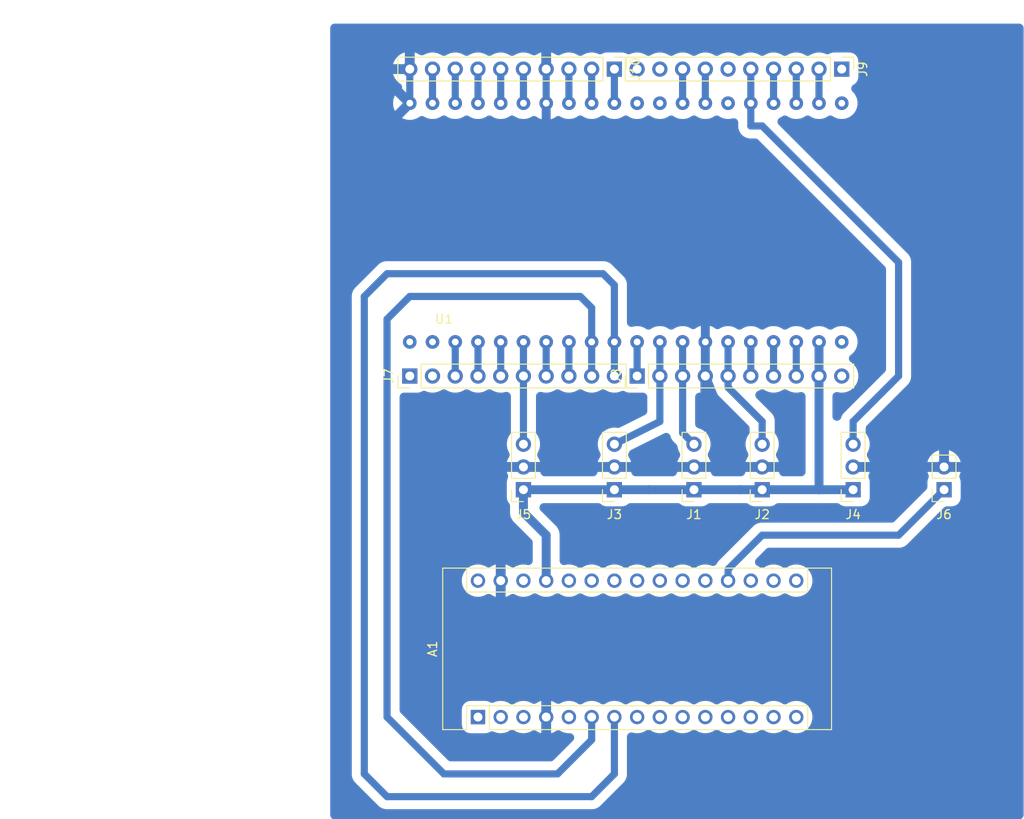
<source format=kicad_pcb>
(kicad_pcb (version 20171130) (host pcbnew "(5.1.9)-1")

  (general
    (thickness 1.6)
    (drawings 0)
    (tracks 98)
    (zones 0)
    (modules 12)
    (nets 71)
  )

  (page A4)
  (layers
    (0 F.Cu signal)
    (31 B.Cu signal)
    (32 B.Adhes user)
    (33 F.Adhes user)
    (34 B.Paste user)
    (35 F.Paste user)
    (36 B.SilkS user)
    (37 F.SilkS user)
    (38 B.Mask user)
    (39 F.Mask user)
    (40 Dwgs.User user)
    (41 Cmts.User user)
    (42 Eco1.User user)
    (43 Eco2.User user)
    (44 Edge.Cuts user)
    (45 Margin user)
    (46 B.CrtYd user)
    (47 F.CrtYd user)
    (48 B.Fab user)
    (49 F.Fab user)
  )

  (setup
    (last_trace_width 0.8)
    (trace_clearance 0.4)
    (zone_clearance 0.508)
    (zone_45_only no)
    (trace_min 0.2)
    (via_size 0.8)
    (via_drill 0.4)
    (via_min_size 0.4)
    (via_min_drill 0.3)
    (uvia_size 0.3)
    (uvia_drill 0.1)
    (uvias_allowed no)
    (uvia_min_size 0.2)
    (uvia_min_drill 0.1)
    (edge_width 0.05)
    (segment_width 0.2)
    (pcb_text_width 0.3)
    (pcb_text_size 1.5 1.5)
    (mod_edge_width 0.12)
    (mod_text_size 1 1)
    (mod_text_width 0.15)
    (pad_size 1.524 1.524)
    (pad_drill 0.762)
    (pad_to_mask_clearance 0)
    (aux_axis_origin 0 0)
    (visible_elements FFFFFF7F)
    (pcbplotparams
      (layerselection 0x010fc_ffffffff)
      (usegerberextensions false)
      (usegerberattributes true)
      (usegerberadvancedattributes true)
      (creategerberjobfile true)
      (excludeedgelayer true)
      (linewidth 0.100000)
      (plotframeref false)
      (viasonmask false)
      (mode 1)
      (useauxorigin false)
      (hpglpennumber 1)
      (hpglpenspeed 20)
      (hpglpendiameter 15.000000)
      (psnegative false)
      (psa4output false)
      (plotreference true)
      (plotvalue true)
      (plotinvisibletext false)
      (padsonsilk false)
      (subtractmaskfromsilk false)
      (outputformat 1)
      (mirror false)
      (drillshape 1)
      (scaleselection 1)
      (outputdirectory ""))
  )

  (net 0 "")
  (net 1 "Net-(A1-Pad1)")
  (net 2 "Net-(A1-Pad17)")
  (net 3 "Net-(A1-Pad2)")
  (net 4 "Net-(A1-Pad18)")
  (net 5 "Net-(A1-Pad3)")
  (net 6 PZ)
  (net 7 "Net-(A1-Pad20)")
  (net 8 "Net-(A1-Pad5)")
  (net 9 "Net-(A1-Pad21)")
  (net 10 "Net-(A1-Pad22)")
  (net 11 "Net-(A1-Pad23)")
  (net 12 "Net-(A1-Pad8)")
  (net 13 "Net-(A1-Pad24)")
  (net 14 "Net-(A1-Pad9)")
  (net 15 "Net-(A1-Pad25)")
  (net 16 "Net-(A1-Pad10)")
  (net 17 "Net-(A1-Pad26)")
  (net 18 "Net-(A1-Pad11)")
  (net 19 VCC)
  (net 20 "Net-(A1-Pad12)")
  (net 21 "Net-(A1-Pad28)")
  (net 22 "Net-(A1-Pad13)")
  (net 23 "Net-(A1-Pad14)")
  (net 24 "Net-(A1-Pad30)")
  (net 25 "Net-(A1-Pad15)")
  (net 26 "Net-(A1-Pad16)")
  (net 27 "Net-(U1-Pad1)")
  (net 28 "Net-(U1-Pad2)")
  (net 29 "Net-(U1-Pad20)")
  (net 30 "Net-(U1-Pad21)")
  (net 31 "Net-(U1-Pad30)")
  (net 32 "Net-(U1-Pad29)")
  (net 33 "Net-(U1-Pad26)")
  (net 34 14)
  (net 35 9)
  (net 36 10)
  (net 37 13)
  (net 38 15)
  (net 39 12)
  (net 40 25)
  (net 41 6)
  (net 42 1)
  (net 43 2)
  (net 44 3)
  (net 45 4)
  (net 46 5)
  (net 47 7)
  (net 48 8)
  (net 49 "Net-(J8-Pad10)")
  (net 50 19)
  (net 51 18)
  (net 52 17)
  (net 53 16)
  (net 54 11)
  (net 55 "Net-(J9-Pad1)")
  (net 56 22)
  (net 57 23)
  (net 58 24)
  (net 59 26)
  (net 60 27)
  (net 61 28)
  (net 62 "Net-(J9-Pad9)")
  (net 63 "Net-(J9-Pad10)")
  (net 64 39)
  (net 65 38)
  (net 66 37)
  (net 67 36)
  (net 68 33)
  (net 69 32)
  (net 70 31)

  (net_class Default "This is the default net class."
    (clearance 0.4)
    (trace_width 0.8)
    (via_dia 0.8)
    (via_drill 0.4)
    (uvia_dia 0.3)
    (uvia_drill 0.1)
    (add_net 1)
    (add_net 10)
    (add_net 11)
    (add_net 12)
    (add_net 13)
    (add_net 14)
    (add_net 15)
    (add_net 16)
    (add_net 17)
    (add_net 18)
    (add_net 19)
    (add_net 2)
    (add_net 22)
    (add_net 23)
    (add_net 24)
    (add_net 25)
    (add_net 26)
    (add_net 27)
    (add_net 28)
    (add_net 3)
    (add_net 31)
    (add_net 32)
    (add_net 33)
    (add_net 36)
    (add_net 37)
    (add_net 38)
    (add_net 39)
    (add_net 4)
    (add_net 5)
    (add_net 6)
    (add_net 7)
    (add_net 8)
    (add_net 9)
    (add_net "Net-(A1-Pad1)")
    (add_net "Net-(A1-Pad10)")
    (add_net "Net-(A1-Pad11)")
    (add_net "Net-(A1-Pad12)")
    (add_net "Net-(A1-Pad13)")
    (add_net "Net-(A1-Pad14)")
    (add_net "Net-(A1-Pad15)")
    (add_net "Net-(A1-Pad16)")
    (add_net "Net-(A1-Pad17)")
    (add_net "Net-(A1-Pad18)")
    (add_net "Net-(A1-Pad2)")
    (add_net "Net-(A1-Pad20)")
    (add_net "Net-(A1-Pad21)")
    (add_net "Net-(A1-Pad22)")
    (add_net "Net-(A1-Pad23)")
    (add_net "Net-(A1-Pad24)")
    (add_net "Net-(A1-Pad25)")
    (add_net "Net-(A1-Pad26)")
    (add_net "Net-(A1-Pad28)")
    (add_net "Net-(A1-Pad3)")
    (add_net "Net-(A1-Pad30)")
    (add_net "Net-(A1-Pad5)")
    (add_net "Net-(A1-Pad8)")
    (add_net "Net-(A1-Pad9)")
    (add_net "Net-(J8-Pad10)")
    (add_net "Net-(J9-Pad1)")
    (add_net "Net-(J9-Pad10)")
    (add_net "Net-(J9-Pad9)")
    (add_net "Net-(U1-Pad1)")
    (add_net "Net-(U1-Pad2)")
    (add_net "Net-(U1-Pad20)")
    (add_net "Net-(U1-Pad21)")
    (add_net "Net-(U1-Pad26)")
    (add_net "Net-(U1-Pad29)")
    (add_net "Net-(U1-Pad30)")
    (add_net PZ)
  )

  (net_class Power ""
    (clearance 0.4)
    (trace_width 1)
    (via_dia 1)
    (via_drill 0.4)
    (uvia_dia 0.3)
    (uvia_drill 0.1)
    (add_net VCC)
  )

  (module Module:Arduino_Nano (layer F.Cu) (tedit 58ACAF70) (tstamp 608F9150)
    (at 148.59 194.31 90)
    (descr "Arduino Nano, http://www.mouser.com/pdfdocs/Gravitech_Arduino_Nano3_0.pdf")
    (tags "Arduino Nano")
    (path /608F7B2C)
    (fp_text reference A1 (at 7.62 -5.08 90) (layer F.SilkS)
      (effects (font (size 1 1) (thickness 0.15)))
    )
    (fp_text value Arduino_Nano_v3.x (at 8.89 19.05) (layer F.Fab)
      (effects (font (size 1 1) (thickness 0.15)))
    )
    (fp_line (start 16.75 42.16) (end -1.53 42.16) (layer F.CrtYd) (width 0.05))
    (fp_line (start 16.75 42.16) (end 16.75 -4.06) (layer F.CrtYd) (width 0.05))
    (fp_line (start -1.53 -4.06) (end -1.53 42.16) (layer F.CrtYd) (width 0.05))
    (fp_line (start -1.53 -4.06) (end 16.75 -4.06) (layer F.CrtYd) (width 0.05))
    (fp_line (start 16.51 -3.81) (end 16.51 39.37) (layer F.Fab) (width 0.1))
    (fp_line (start 0 -3.81) (end 16.51 -3.81) (layer F.Fab) (width 0.1))
    (fp_line (start -1.27 -2.54) (end 0 -3.81) (layer F.Fab) (width 0.1))
    (fp_line (start -1.27 39.37) (end -1.27 -2.54) (layer F.Fab) (width 0.1))
    (fp_line (start 16.51 39.37) (end -1.27 39.37) (layer F.Fab) (width 0.1))
    (fp_line (start 16.64 -3.94) (end -1.4 -3.94) (layer F.SilkS) (width 0.12))
    (fp_line (start 16.64 39.5) (end 16.64 -3.94) (layer F.SilkS) (width 0.12))
    (fp_line (start -1.4 39.5) (end 16.64 39.5) (layer F.SilkS) (width 0.12))
    (fp_line (start 3.81 41.91) (end 3.81 31.75) (layer F.Fab) (width 0.1))
    (fp_line (start 11.43 41.91) (end 3.81 41.91) (layer F.Fab) (width 0.1))
    (fp_line (start 11.43 31.75) (end 11.43 41.91) (layer F.Fab) (width 0.1))
    (fp_line (start 3.81 31.75) (end 11.43 31.75) (layer F.Fab) (width 0.1))
    (fp_line (start 1.27 36.83) (end -1.4 36.83) (layer F.SilkS) (width 0.12))
    (fp_line (start 1.27 1.27) (end 1.27 36.83) (layer F.SilkS) (width 0.12))
    (fp_line (start 1.27 1.27) (end -1.4 1.27) (layer F.SilkS) (width 0.12))
    (fp_line (start 13.97 36.83) (end 16.64 36.83) (layer F.SilkS) (width 0.12))
    (fp_line (start 13.97 -1.27) (end 13.97 36.83) (layer F.SilkS) (width 0.12))
    (fp_line (start 13.97 -1.27) (end 16.64 -1.27) (layer F.SilkS) (width 0.12))
    (fp_line (start -1.4 -3.94) (end -1.4 -1.27) (layer F.SilkS) (width 0.12))
    (fp_line (start -1.4 1.27) (end -1.4 39.5) (layer F.SilkS) (width 0.12))
    (fp_line (start 1.27 -1.27) (end -1.4 -1.27) (layer F.SilkS) (width 0.12))
    (fp_line (start 1.27 1.27) (end 1.27 -1.27) (layer F.SilkS) (width 0.12))
    (fp_text user %R (at 6.35 19.05) (layer F.Fab)
      (effects (font (size 1 1) (thickness 0.15)))
    )
    (pad 1 thru_hole rect (at 0 0 90) (size 1.6 1.6) (drill 1) (layers *.Cu *.Mask)
      (net 1 "Net-(A1-Pad1)"))
    (pad 17 thru_hole oval (at 15.24 33.02 90) (size 1.6 1.6) (drill 1) (layers *.Cu *.Mask)
      (net 2 "Net-(A1-Pad17)"))
    (pad 2 thru_hole oval (at 0 2.54 90) (size 1.6 1.6) (drill 1) (layers *.Cu *.Mask)
      (net 3 "Net-(A1-Pad2)"))
    (pad 18 thru_hole oval (at 15.24 30.48 90) (size 1.6 1.6) (drill 1) (layers *.Cu *.Mask)
      (net 4 "Net-(A1-Pad18)"))
    (pad 3 thru_hole oval (at 0 5.08 90) (size 1.6 1.6) (drill 1) (layers *.Cu *.Mask)
      (net 5 "Net-(A1-Pad3)"))
    (pad 19 thru_hole oval (at 15.24 27.94 90) (size 1.6 1.6) (drill 1) (layers *.Cu *.Mask)
      (net 6 PZ))
    (pad 4 thru_hole oval (at 0 7.62 90) (size 1.6 1.6) (drill 1) (layers *.Cu *.Mask)
      (net 34 14))
    (pad 20 thru_hole oval (at 15.24 25.4 90) (size 1.6 1.6) (drill 1) (layers *.Cu *.Mask)
      (net 7 "Net-(A1-Pad20)"))
    (pad 5 thru_hole oval (at 0 10.16 90) (size 1.6 1.6) (drill 1) (layers *.Cu *.Mask)
      (net 8 "Net-(A1-Pad5)"))
    (pad 21 thru_hole oval (at 15.24 22.86 90) (size 1.6 1.6) (drill 1) (layers *.Cu *.Mask)
      (net 9 "Net-(A1-Pad21)"))
    (pad 6 thru_hole oval (at 0 12.7 90) (size 1.6 1.6) (drill 1) (layers *.Cu *.Mask)
      (net 35 9))
    (pad 22 thru_hole oval (at 15.24 20.32 90) (size 1.6 1.6) (drill 1) (layers *.Cu *.Mask)
      (net 10 "Net-(A1-Pad22)"))
    (pad 7 thru_hole oval (at 0 15.24 90) (size 1.6 1.6) (drill 1) (layers *.Cu *.Mask)
      (net 36 10))
    (pad 23 thru_hole oval (at 15.24 17.78 90) (size 1.6 1.6) (drill 1) (layers *.Cu *.Mask)
      (net 11 "Net-(A1-Pad23)"))
    (pad 8 thru_hole oval (at 0 17.78 90) (size 1.6 1.6) (drill 1) (layers *.Cu *.Mask)
      (net 12 "Net-(A1-Pad8)"))
    (pad 24 thru_hole oval (at 15.24 15.24 90) (size 1.6 1.6) (drill 1) (layers *.Cu *.Mask)
      (net 13 "Net-(A1-Pad24)"))
    (pad 9 thru_hole oval (at 0 20.32 90) (size 1.6 1.6) (drill 1) (layers *.Cu *.Mask)
      (net 14 "Net-(A1-Pad9)"))
    (pad 25 thru_hole oval (at 15.24 12.7 90) (size 1.6 1.6) (drill 1) (layers *.Cu *.Mask)
      (net 15 "Net-(A1-Pad25)"))
    (pad 10 thru_hole oval (at 0 22.86 90) (size 1.6 1.6) (drill 1) (layers *.Cu *.Mask)
      (net 16 "Net-(A1-Pad10)"))
    (pad 26 thru_hole oval (at 15.24 10.16 90) (size 1.6 1.6) (drill 1) (layers *.Cu *.Mask)
      (net 17 "Net-(A1-Pad26)"))
    (pad 11 thru_hole oval (at 0 25.4 90) (size 1.6 1.6) (drill 1) (layers *.Cu *.Mask)
      (net 18 "Net-(A1-Pad11)"))
    (pad 27 thru_hole oval (at 15.24 7.62 90) (size 1.6 1.6) (drill 1) (layers *.Cu *.Mask)
      (net 19 VCC))
    (pad 12 thru_hole oval (at 0 27.94 90) (size 1.6 1.6) (drill 1) (layers *.Cu *.Mask)
      (net 20 "Net-(A1-Pad12)"))
    (pad 28 thru_hole oval (at 15.24 5.08 90) (size 1.6 1.6) (drill 1) (layers *.Cu *.Mask)
      (net 21 "Net-(A1-Pad28)"))
    (pad 13 thru_hole oval (at 0 30.48 90) (size 1.6 1.6) (drill 1) (layers *.Cu *.Mask)
      (net 22 "Net-(A1-Pad13)"))
    (pad 29 thru_hole oval (at 15.24 2.54 90) (size 1.6 1.6) (drill 1) (layers *.Cu *.Mask)
      (net 34 14))
    (pad 14 thru_hole oval (at 0 33.02 90) (size 1.6 1.6) (drill 1) (layers *.Cu *.Mask)
      (net 23 "Net-(A1-Pad14)"))
    (pad 30 thru_hole oval (at 15.24 0 90) (size 1.6 1.6) (drill 1) (layers *.Cu *.Mask)
      (net 24 "Net-(A1-Pad30)"))
    (pad 15 thru_hole oval (at 0 35.56 90) (size 1.6 1.6) (drill 1) (layers *.Cu *.Mask)
      (net 25 "Net-(A1-Pad15)"))
    (pad 16 thru_hole oval (at 15.24 35.56 90) (size 1.6 1.6) (drill 1) (layers *.Cu *.Mask)
      (net 26 "Net-(A1-Pad16)"))
    (model ${KISYS3DMOD}/Module.3dshapes/Arduino_Nano_WithMountingHoles.wrl
      (at (xyz 0 0 0))
      (scale (xyz 1 1 1))
      (rotate (xyz 0 0 0))
    )
  )

  (module Connector_PinSocket_2.54mm:PinSocket_1x03_P2.54mm_Vertical (layer F.Cu) (tedit 5A19A429) (tstamp 608F9458)
    (at 172.72 168.91 180)
    (descr "Through hole straight socket strip, 1x03, 2.54mm pitch, single row (from Kicad 4.0.7), script generated")
    (tags "Through hole socket strip THT 1x03 2.54mm single row")
    (path /608F447A)
    (fp_text reference J1 (at 0 -2.77) (layer F.SilkS)
      (effects (font (size 1 1) (thickness 0.15)))
    )
    (fp_text value LED1 (at 0 7.85) (layer F.Fab)
      (effects (font (size 1 1) (thickness 0.15)))
    )
    (fp_line (start -1.8 6.85) (end -1.8 -1.8) (layer F.CrtYd) (width 0.05))
    (fp_line (start 1.75 6.85) (end -1.8 6.85) (layer F.CrtYd) (width 0.05))
    (fp_line (start 1.75 -1.8) (end 1.75 6.85) (layer F.CrtYd) (width 0.05))
    (fp_line (start -1.8 -1.8) (end 1.75 -1.8) (layer F.CrtYd) (width 0.05))
    (fp_line (start 0 -1.33) (end 1.33 -1.33) (layer F.SilkS) (width 0.12))
    (fp_line (start 1.33 -1.33) (end 1.33 0) (layer F.SilkS) (width 0.12))
    (fp_line (start 1.33 1.27) (end 1.33 6.41) (layer F.SilkS) (width 0.12))
    (fp_line (start -1.33 6.41) (end 1.33 6.41) (layer F.SilkS) (width 0.12))
    (fp_line (start -1.33 1.27) (end -1.33 6.41) (layer F.SilkS) (width 0.12))
    (fp_line (start -1.33 1.27) (end 1.33 1.27) (layer F.SilkS) (width 0.12))
    (fp_line (start -1.27 6.35) (end -1.27 -1.27) (layer F.Fab) (width 0.1))
    (fp_line (start 1.27 6.35) (end -1.27 6.35) (layer F.Fab) (width 0.1))
    (fp_line (start 1.27 -0.635) (end 1.27 6.35) (layer F.Fab) (width 0.1))
    (fp_line (start 0.635 -1.27) (end 1.27 -0.635) (layer F.Fab) (width 0.1))
    (fp_line (start -1.27 -1.27) (end 0.635 -1.27) (layer F.Fab) (width 0.1))
    (fp_text user %R (at 0 2.54 180) (layer F.Fab)
      (effects (font (size 1 1) (thickness 0.15)))
    )
    (pad 1 thru_hole rect (at 0 0 180) (size 1.7 1.7) (drill 1) (layers *.Cu *.Mask)
      (net 19 VCC))
    (pad 2 thru_hole oval (at 0 2.54 180) (size 1.7 1.7) (drill 1) (layers *.Cu *.Mask)
      (net 34 14))
    (pad 3 thru_hole oval (at 0 5.08 180) (size 1.7 1.7) (drill 1) (layers *.Cu *.Mask)
      (net 37 13))
    (model ${KISYS3DMOD}/Connector_PinSocket_2.54mm.3dshapes/PinSocket_1x03_P2.54mm_Vertical.wrl
      (at (xyz 0 0 0))
      (scale (xyz 1 1 1))
      (rotate (xyz 0 0 0))
    )
  )

  (module Connector_PinSocket_2.54mm:PinSocket_1x03_P2.54mm_Vertical (layer F.Cu) (tedit 5A19A429) (tstamp 608F8D44)
    (at 180.34 168.91 180)
    (descr "Through hole straight socket strip, 1x03, 2.54mm pitch, single row (from Kicad 4.0.7), script generated")
    (tags "Through hole socket strip THT 1x03 2.54mm single row")
    (path /608F4D30)
    (fp_text reference J2 (at 0 -2.77) (layer F.SilkS)
      (effects (font (size 1 1) (thickness 0.15)))
    )
    (fp_text value LED2 (at 0 7.85) (layer F.Fab)
      (effects (font (size 1 1) (thickness 0.15)))
    )
    (fp_text user %R (at 0 2.54 180) (layer F.Fab)
      (effects (font (size 1 1) (thickness 0.15)))
    )
    (fp_line (start -1.27 -1.27) (end 0.635 -1.27) (layer F.Fab) (width 0.1))
    (fp_line (start 0.635 -1.27) (end 1.27 -0.635) (layer F.Fab) (width 0.1))
    (fp_line (start 1.27 -0.635) (end 1.27 6.35) (layer F.Fab) (width 0.1))
    (fp_line (start 1.27 6.35) (end -1.27 6.35) (layer F.Fab) (width 0.1))
    (fp_line (start -1.27 6.35) (end -1.27 -1.27) (layer F.Fab) (width 0.1))
    (fp_line (start -1.33 1.27) (end 1.33 1.27) (layer F.SilkS) (width 0.12))
    (fp_line (start -1.33 1.27) (end -1.33 6.41) (layer F.SilkS) (width 0.12))
    (fp_line (start -1.33 6.41) (end 1.33 6.41) (layer F.SilkS) (width 0.12))
    (fp_line (start 1.33 1.27) (end 1.33 6.41) (layer F.SilkS) (width 0.12))
    (fp_line (start 1.33 -1.33) (end 1.33 0) (layer F.SilkS) (width 0.12))
    (fp_line (start 0 -1.33) (end 1.33 -1.33) (layer F.SilkS) (width 0.12))
    (fp_line (start -1.8 -1.8) (end 1.75 -1.8) (layer F.CrtYd) (width 0.05))
    (fp_line (start 1.75 -1.8) (end 1.75 6.85) (layer F.CrtYd) (width 0.05))
    (fp_line (start 1.75 6.85) (end -1.8 6.85) (layer F.CrtYd) (width 0.05))
    (fp_line (start -1.8 6.85) (end -1.8 -1.8) (layer F.CrtYd) (width 0.05))
    (pad 3 thru_hole oval (at 0 5.08 180) (size 1.7 1.7) (drill 1) (layers *.Cu *.Mask)
      (net 38 15))
    (pad 2 thru_hole oval (at 0 2.54 180) (size 1.7 1.7) (drill 1) (layers *.Cu *.Mask)
      (net 34 14))
    (pad 1 thru_hole rect (at 0 0 180) (size 1.7 1.7) (drill 1) (layers *.Cu *.Mask)
      (net 19 VCC))
    (model ${KISYS3DMOD}/Connector_PinSocket_2.54mm.3dshapes/PinSocket_1x03_P2.54mm_Vertical.wrl
      (at (xyz 0 0 0))
      (scale (xyz 1 1 1))
      (rotate (xyz 0 0 0))
    )
  )

  (module Connector_PinSocket_2.54mm:PinSocket_1x03_P2.54mm_Vertical (layer F.Cu) (tedit 5A19A429) (tstamp 608F8D5B)
    (at 163.83 168.91 180)
    (descr "Through hole straight socket strip, 1x03, 2.54mm pitch, single row (from Kicad 4.0.7), script generated")
    (tags "Through hole socket strip THT 1x03 2.54mm single row")
    (path /608F5638)
    (fp_text reference J3 (at 0 -2.77) (layer F.SilkS)
      (effects (font (size 1 1) (thickness 0.15)))
    )
    (fp_text value LED3 (at 0 7.85) (layer F.Fab)
      (effects (font (size 1 1) (thickness 0.15)))
    )
    (fp_line (start -1.8 6.85) (end -1.8 -1.8) (layer F.CrtYd) (width 0.05))
    (fp_line (start 1.75 6.85) (end -1.8 6.85) (layer F.CrtYd) (width 0.05))
    (fp_line (start 1.75 -1.8) (end 1.75 6.85) (layer F.CrtYd) (width 0.05))
    (fp_line (start -1.8 -1.8) (end 1.75 -1.8) (layer F.CrtYd) (width 0.05))
    (fp_line (start 0 -1.33) (end 1.33 -1.33) (layer F.SilkS) (width 0.12))
    (fp_line (start 1.33 -1.33) (end 1.33 0) (layer F.SilkS) (width 0.12))
    (fp_line (start 1.33 1.27) (end 1.33 6.41) (layer F.SilkS) (width 0.12))
    (fp_line (start -1.33 6.41) (end 1.33 6.41) (layer F.SilkS) (width 0.12))
    (fp_line (start -1.33 1.27) (end -1.33 6.41) (layer F.SilkS) (width 0.12))
    (fp_line (start -1.33 1.27) (end 1.33 1.27) (layer F.SilkS) (width 0.12))
    (fp_line (start -1.27 6.35) (end -1.27 -1.27) (layer F.Fab) (width 0.1))
    (fp_line (start 1.27 6.35) (end -1.27 6.35) (layer F.Fab) (width 0.1))
    (fp_line (start 1.27 -0.635) (end 1.27 6.35) (layer F.Fab) (width 0.1))
    (fp_line (start 0.635 -1.27) (end 1.27 -0.635) (layer F.Fab) (width 0.1))
    (fp_line (start -1.27 -1.27) (end 0.635 -1.27) (layer F.Fab) (width 0.1))
    (fp_text user %R (at 0 2.54 180) (layer F.Fab)
      (effects (font (size 1 1) (thickness 0.15)))
    )
    (pad 1 thru_hole rect (at 0 0 180) (size 1.7 1.7) (drill 1) (layers *.Cu *.Mask)
      (net 19 VCC))
    (pad 2 thru_hole oval (at 0 2.54 180) (size 1.7 1.7) (drill 1) (layers *.Cu *.Mask)
      (net 34 14))
    (pad 3 thru_hole oval (at 0 5.08 180) (size 1.7 1.7) (drill 1) (layers *.Cu *.Mask)
      (net 39 12))
    (model ${KISYS3DMOD}/Connector_PinSocket_2.54mm.3dshapes/PinSocket_1x03_P2.54mm_Vertical.wrl
      (at (xyz 0 0 0))
      (scale (xyz 1 1 1))
      (rotate (xyz 0 0 0))
    )
  )

  (module Connector_PinSocket_2.54mm:PinSocket_1x03_P2.54mm_Vertical (layer F.Cu) (tedit 5A19A429) (tstamp 608FA5C1)
    (at 190.5 168.91 180)
    (descr "Through hole straight socket strip, 1x03, 2.54mm pitch, single row (from Kicad 4.0.7), script generated")
    (tags "Through hole socket strip THT 1x03 2.54mm single row")
    (path /608F5AD0)
    (fp_text reference J4 (at 0 -2.77) (layer F.SilkS)
      (effects (font (size 1 1) (thickness 0.15)))
    )
    (fp_text value LED4 (at 0 7.85) (layer F.Fab)
      (effects (font (size 1 1) (thickness 0.15)))
    )
    (fp_text user %R (at 0 2.54 90) (layer F.Fab)
      (effects (font (size 1 1) (thickness 0.15)))
    )
    (fp_line (start -1.27 -1.27) (end 0.635 -1.27) (layer F.Fab) (width 0.1))
    (fp_line (start 0.635 -1.27) (end 1.27 -0.635) (layer F.Fab) (width 0.1))
    (fp_line (start 1.27 -0.635) (end 1.27 6.35) (layer F.Fab) (width 0.1))
    (fp_line (start 1.27 6.35) (end -1.27 6.35) (layer F.Fab) (width 0.1))
    (fp_line (start -1.27 6.35) (end -1.27 -1.27) (layer F.Fab) (width 0.1))
    (fp_line (start -1.33 1.27) (end 1.33 1.27) (layer F.SilkS) (width 0.12))
    (fp_line (start -1.33 1.27) (end -1.33 6.41) (layer F.SilkS) (width 0.12))
    (fp_line (start -1.33 6.41) (end 1.33 6.41) (layer F.SilkS) (width 0.12))
    (fp_line (start 1.33 1.27) (end 1.33 6.41) (layer F.SilkS) (width 0.12))
    (fp_line (start 1.33 -1.33) (end 1.33 0) (layer F.SilkS) (width 0.12))
    (fp_line (start 0 -1.33) (end 1.33 -1.33) (layer F.SilkS) (width 0.12))
    (fp_line (start -1.8 -1.8) (end 1.75 -1.8) (layer F.CrtYd) (width 0.05))
    (fp_line (start 1.75 -1.8) (end 1.75 6.85) (layer F.CrtYd) (width 0.05))
    (fp_line (start 1.75 6.85) (end -1.8 6.85) (layer F.CrtYd) (width 0.05))
    (fp_line (start -1.8 6.85) (end -1.8 -1.8) (layer F.CrtYd) (width 0.05))
    (pad 3 thru_hole oval (at 0 5.08 180) (size 1.7 1.7) (drill 1) (layers *.Cu *.Mask)
      (net 40 25))
    (pad 2 thru_hole oval (at 0 2.54 180) (size 1.7 1.7) (drill 1) (layers *.Cu *.Mask)
      (net 34 14))
    (pad 1 thru_hole rect (at 0 0 180) (size 1.7 1.7) (drill 1) (layers *.Cu *.Mask)
      (net 19 VCC))
    (model ${KISYS3DMOD}/Connector_PinSocket_2.54mm.3dshapes/PinSocket_1x03_P2.54mm_Vertical.wrl
      (at (xyz 0 0 0))
      (scale (xyz 1 1 1))
      (rotate (xyz 0 0 0))
    )
  )

  (module Connector_PinSocket_2.54mm:PinSocket_1x03_P2.54mm_Vertical (layer F.Cu) (tedit 5A19A429) (tstamp 608F8D89)
    (at 153.67 168.91 180)
    (descr "Through hole straight socket strip, 1x03, 2.54mm pitch, single row (from Kicad 4.0.7), script generated")
    (tags "Through hole socket strip THT 1x03 2.54mm single row")
    (path /608F5E99)
    (fp_text reference J5 (at 0 -2.77) (layer F.SilkS)
      (effects (font (size 1 1) (thickness 0.15)))
    )
    (fp_text value LED5 (at 0 7.85) (layer F.Fab)
      (effects (font (size 1 1) (thickness 0.15)))
    )
    (fp_line (start -1.8 6.85) (end -1.8 -1.8) (layer F.CrtYd) (width 0.05))
    (fp_line (start 1.75 6.85) (end -1.8 6.85) (layer F.CrtYd) (width 0.05))
    (fp_line (start 1.75 -1.8) (end 1.75 6.85) (layer F.CrtYd) (width 0.05))
    (fp_line (start -1.8 -1.8) (end 1.75 -1.8) (layer F.CrtYd) (width 0.05))
    (fp_line (start 0 -1.33) (end 1.33 -1.33) (layer F.SilkS) (width 0.12))
    (fp_line (start 1.33 -1.33) (end 1.33 0) (layer F.SilkS) (width 0.12))
    (fp_line (start 1.33 1.27) (end 1.33 6.41) (layer F.SilkS) (width 0.12))
    (fp_line (start -1.33 6.41) (end 1.33 6.41) (layer F.SilkS) (width 0.12))
    (fp_line (start -1.33 1.27) (end -1.33 6.41) (layer F.SilkS) (width 0.12))
    (fp_line (start -1.33 1.27) (end 1.33 1.27) (layer F.SilkS) (width 0.12))
    (fp_line (start -1.27 6.35) (end -1.27 -1.27) (layer F.Fab) (width 0.1))
    (fp_line (start 1.27 6.35) (end -1.27 6.35) (layer F.Fab) (width 0.1))
    (fp_line (start 1.27 -0.635) (end 1.27 6.35) (layer F.Fab) (width 0.1))
    (fp_line (start 0.635 -1.27) (end 1.27 -0.635) (layer F.Fab) (width 0.1))
    (fp_line (start -1.27 -1.27) (end 0.635 -1.27) (layer F.Fab) (width 0.1))
    (fp_text user %R (at 0 2.54 270) (layer F.Fab)
      (effects (font (size 1 1) (thickness 0.15)))
    )
    (pad 1 thru_hole rect (at 0 0 180) (size 1.7 1.7) (drill 1) (layers *.Cu *.Mask)
      (net 19 VCC))
    (pad 2 thru_hole oval (at 0 2.54 180) (size 1.7 1.7) (drill 1) (layers *.Cu *.Mask)
      (net 34 14))
    (pad 3 thru_hole oval (at 0 5.08 180) (size 1.7 1.7) (drill 1) (layers *.Cu *.Mask)
      (net 41 6))
    (model ${KISYS3DMOD}/Connector_PinSocket_2.54mm.3dshapes/PinSocket_1x03_P2.54mm_Vertical.wrl
      (at (xyz 0 0 0))
      (scale (xyz 1 1 1))
      (rotate (xyz 0 0 0))
    )
  )

  (module Connector_PinSocket_2.54mm:PinSocket_1x02_P2.54mm_Vertical (layer F.Cu) (tedit 5A19A420) (tstamp 608F8D9F)
    (at 200.66 168.91 180)
    (descr "Through hole straight socket strip, 1x02, 2.54mm pitch, single row (from Kicad 4.0.7), script generated")
    (tags "Through hole socket strip THT 1x02 2.54mm single row")
    (path /608F6400)
    (fp_text reference J6 (at 0 -2.77) (layer F.SilkS)
      (effects (font (size 1 1) (thickness 0.15)))
    )
    (fp_text value PZ (at 0 5.31) (layer F.Fab)
      (effects (font (size 1 1) (thickness 0.15)))
    )
    (fp_line (start -1.8 4.3) (end -1.8 -1.8) (layer F.CrtYd) (width 0.05))
    (fp_line (start 1.75 4.3) (end -1.8 4.3) (layer F.CrtYd) (width 0.05))
    (fp_line (start 1.75 -1.8) (end 1.75 4.3) (layer F.CrtYd) (width 0.05))
    (fp_line (start -1.8 -1.8) (end 1.75 -1.8) (layer F.CrtYd) (width 0.05))
    (fp_line (start 0 -1.33) (end 1.33 -1.33) (layer F.SilkS) (width 0.12))
    (fp_line (start 1.33 -1.33) (end 1.33 0) (layer F.SilkS) (width 0.12))
    (fp_line (start 1.33 1.27) (end 1.33 3.87) (layer F.SilkS) (width 0.12))
    (fp_line (start -1.33 3.87) (end 1.33 3.87) (layer F.SilkS) (width 0.12))
    (fp_line (start -1.33 1.27) (end -1.33 3.87) (layer F.SilkS) (width 0.12))
    (fp_line (start -1.33 1.27) (end 1.33 1.27) (layer F.SilkS) (width 0.12))
    (fp_line (start -1.27 3.81) (end -1.27 -1.27) (layer F.Fab) (width 0.1))
    (fp_line (start 1.27 3.81) (end -1.27 3.81) (layer F.Fab) (width 0.1))
    (fp_line (start 1.27 -0.635) (end 1.27 3.81) (layer F.Fab) (width 0.1))
    (fp_line (start 0.635 -1.27) (end 1.27 -0.635) (layer F.Fab) (width 0.1))
    (fp_line (start -1.27 -1.27) (end 0.635 -1.27) (layer F.Fab) (width 0.1))
    (fp_text user %R (at 0 1.27 90) (layer F.Fab)
      (effects (font (size 1 1) (thickness 0.15)))
    )
    (pad 1 thru_hole rect (at 0 0 180) (size 1.7 1.7) (drill 1) (layers *.Cu *.Mask)
      (net 6 PZ))
    (pad 2 thru_hole oval (at 0 2.54 180) (size 1.7 1.7) (drill 1) (layers *.Cu *.Mask)
      (net 34 14))
    (model ${KISYS3DMOD}/Connector_PinSocket_2.54mm.3dshapes/PinSocket_1x02_P2.54mm_Vertical.wrl
      (at (xyz 0 0 0))
      (scale (xyz 1 1 1))
      (rotate (xyz 0 0 0))
    )
  )

  (module FieldTarget_ESP_Plus_Nano:ESP32-TTGO-T18 (layer F.Cu) (tedit 608F1859) (tstamp 608FA6E9)
    (at 140.97 152.4)
    (path /608FBAFB)
    (fp_text reference U1 (at 3.81 -2.54) (layer F.SilkS)
      (effects (font (size 1 1) (thickness 0.15)))
    )
    (fp_text value TTGO-T18-V22-ESP-32 (at 24.13 -10.16) (layer F.Fab)
      (effects (font (size 1 1) (thickness 0.15)))
    )
    (fp_line (start 68.58 1.27) (end 68.58 -27.94) (layer F.Fab) (width 0.12))
    (fp_line (start -45.72 -27.94) (end -45.72 1.27) (layer F.Fab) (width 0.12))
    (fp_line (start 68.58 1.27) (end -45.72 1.27) (layer F.Fab) (width 0.12))
    (fp_line (start 68.58 -27.94) (end -45.72 -27.94) (layer F.Fab) (width 0.12))
    (pad 1 thru_hole circle (at 0 0) (size 1.524 1.524) (drill 0.762) (layers *.Cu *.Mask)
      (net 27 "Net-(U1-Pad1)"))
    (pad 2 thru_hole circle (at 2.54 0) (size 1.524 1.524) (drill 0.762) (layers *.Cu *.Mask)
      (net 28 "Net-(U1-Pad2)"))
    (pad 3 thru_hole circle (at 5.08 0) (size 1.524 1.524) (drill 0.762) (layers *.Cu *.Mask)
      (net 44 3))
    (pad 4 thru_hole circle (at 7.62 0) (size 1.524 1.524) (drill 0.762) (layers *.Cu *.Mask)
      (net 45 4))
    (pad 5 thru_hole circle (at 10.16 0) (size 1.524 1.524) (drill 0.762) (layers *.Cu *.Mask)
      (net 46 5))
    (pad 6 thru_hole circle (at 12.7 0) (size 1.524 1.524) (drill 0.762) (layers *.Cu *.Mask)
      (net 41 6))
    (pad 7 thru_hole circle (at 15.24 0) (size 1.524 1.524) (drill 0.762) (layers *.Cu *.Mask)
      (net 47 7))
    (pad 8 thru_hole circle (at 17.78 0) (size 1.524 1.524) (drill 0.762) (layers *.Cu *.Mask)
      (net 48 8))
    (pad 9 thru_hole circle (at 20.32 0) (size 1.524 1.524) (drill 0.762) (layers *.Cu *.Mask)
      (net 35 9))
    (pad 10 thru_hole circle (at 22.86 0) (size 1.524 1.524) (drill 0.762) (layers *.Cu *.Mask)
      (net 36 10))
    (pad 20 thru_hole circle (at 48.26 0) (size 1.524 1.524) (drill 0.762) (layers *.Cu *.Mask)
      (net 29 "Net-(U1-Pad20)"))
    (pad 18 thru_hole circle (at 43.18 0) (size 1.524 1.524) (drill 0.762) (layers *.Cu *.Mask)
      (net 51 18))
    (pad 14 thru_hole circle (at 33.02 0) (size 1.524 1.524) (drill 0.762) (layers *.Cu *.Mask)
      (net 34 14))
    (pad 19 thru_hole circle (at 45.72 0) (size 1.524 1.524) (drill 0.762) (layers *.Cu *.Mask)
      (net 19 VCC))
    (pad 12 thru_hole circle (at 27.94 0) (size 1.524 1.524) (drill 0.762) (layers *.Cu *.Mask)
      (net 39 12))
    (pad 17 thru_hole circle (at 40.64 0) (size 1.524 1.524) (drill 0.762) (layers *.Cu *.Mask)
      (net 52 17))
    (pad 16 thru_hole circle (at 38.1 0) (size 1.524 1.524) (drill 0.762) (layers *.Cu *.Mask)
      (net 53 16))
    (pad 15 thru_hole circle (at 35.56 0) (size 1.524 1.524) (drill 0.762) (layers *.Cu *.Mask)
      (net 38 15))
    (pad 13 thru_hole circle (at 30.48 0) (size 1.524 1.524) (drill 0.762) (layers *.Cu *.Mask)
      (net 37 13))
    (pad 11 thru_hole circle (at 25.4 0) (size 1.524 1.524) (drill 0.762) (layers *.Cu *.Mask)
      (net 54 11))
    (pad 21 thru_hole circle (at 48.26 -26.67) (size 1.524 1.524) (drill 0.762) (layers *.Cu *.Mask)
      (net 30 "Net-(U1-Pad21)"))
    (pad 24 thru_hole circle (at 40.64 -26.67) (size 1.524 1.524) (drill 0.762) (layers *.Cu *.Mask)
      (net 58 24))
    (pad 31 thru_hole circle (at 22.86 -26.67) (size 1.524 1.524) (drill 0.762) (layers *.Cu *.Mask)
      (net 70 31))
    (pad 36 thru_hole circle (at 10.16 -26.67) (size 1.524 1.524) (drill 0.762) (layers *.Cu *.Mask)
      (net 67 36))
    (pad 40 thru_hole circle (at 0 -26.67) (size 1.524 1.524) (drill 0.762) (layers *.Cu *.Mask)
      (net 34 14))
    (pad 30 thru_hole circle (at 25.4 -26.67) (size 1.524 1.524) (drill 0.762) (layers *.Cu *.Mask)
      (net 31 "Net-(U1-Pad30)"))
    (pad 34 thru_hole circle (at 15.24 -26.67) (size 1.524 1.524) (drill 0.762) (layers *.Cu *.Mask)
      (net 34 14))
    (pad 29 thru_hole circle (at 27.94 -26.67) (size 1.524 1.524) (drill 0.762) (layers *.Cu *.Mask)
      (net 32 "Net-(U1-Pad29)"))
    (pad 38 thru_hole circle (at 5.08 -26.67) (size 1.524 1.524) (drill 0.762) (layers *.Cu *.Mask)
      (net 65 38))
    (pad 39 thru_hole circle (at 2.54 -26.67) (size 1.524 1.524) (drill 0.762) (layers *.Cu *.Mask)
      (net 64 39))
    (pad 33 thru_hole circle (at 17.78 -26.67) (size 1.524 1.524) (drill 0.762) (layers *.Cu *.Mask)
      (net 68 33))
    (pad 28 thru_hole circle (at 30.48 -26.67) (size 1.524 1.524) (drill 0.762) (layers *.Cu *.Mask)
      (net 61 28))
    (pad 32 thru_hole circle (at 20.32 -26.67) (size 1.524 1.524) (drill 0.762) (layers *.Cu *.Mask)
      (net 69 32))
    (pad 23 thru_hole circle (at 43.18 -26.67) (size 1.524 1.524) (drill 0.762) (layers *.Cu *.Mask)
      (net 57 23))
    (pad 25 thru_hole circle (at 38.1 -26.67) (size 1.524 1.524) (drill 0.762) (layers *.Cu *.Mask)
      (net 40 25))
    (pad 26 thru_hole circle (at 35.56 -26.67) (size 1.524 1.524) (drill 0.762) (layers *.Cu *.Mask)
      (net 33 "Net-(U1-Pad26)"))
    (pad 27 thru_hole circle (at 33.02 -26.67) (size 1.524 1.524) (drill 0.762) (layers *.Cu *.Mask)
      (net 60 27))
    (pad 37 thru_hole circle (at 7.62 -26.67) (size 1.524 1.524) (drill 0.762) (layers *.Cu *.Mask)
      (net 66 37))
    (pad 22 thru_hole circle (at 45.72 -26.67) (size 1.524 1.524) (drill 0.762) (layers *.Cu *.Mask)
      (net 56 22))
    (pad 35 thru_hole circle (at 12.7 -26.67) (size 1.524 1.524) (drill 0.762) (layers *.Cu *.Mask)
      (net 58 24))
  )

  (module Connector_PinHeader_2.54mm:PinHeader_1x10_P2.54mm_Vertical (layer F.Cu) (tedit 59FED5CC) (tstamp 608FA904)
    (at 140.97 156.21 90)
    (descr "Through hole straight pin header, 1x10, 2.54mm pitch, single row")
    (tags "Through hole pin header THT 1x10 2.54mm single row")
    (path /60925B73)
    (fp_text reference J7 (at 0 -2.33 90) (layer F.SilkS)
      (effects (font (size 1 1) (thickness 0.15)))
    )
    (fp_text value Conn_01x10_Female (at 0 25.19 90) (layer F.Fab)
      (effects (font (size 1 1) (thickness 0.15)))
    )
    (fp_line (start 1.8 -1.8) (end -1.8 -1.8) (layer F.CrtYd) (width 0.05))
    (fp_line (start 1.8 24.65) (end 1.8 -1.8) (layer F.CrtYd) (width 0.05))
    (fp_line (start -1.8 24.65) (end 1.8 24.65) (layer F.CrtYd) (width 0.05))
    (fp_line (start -1.8 -1.8) (end -1.8 24.65) (layer F.CrtYd) (width 0.05))
    (fp_line (start -1.33 -1.33) (end 0 -1.33) (layer F.SilkS) (width 0.12))
    (fp_line (start -1.33 0) (end -1.33 -1.33) (layer F.SilkS) (width 0.12))
    (fp_line (start -1.33 1.27) (end 1.33 1.27) (layer F.SilkS) (width 0.12))
    (fp_line (start 1.33 1.27) (end 1.33 24.19) (layer F.SilkS) (width 0.12))
    (fp_line (start -1.33 1.27) (end -1.33 24.19) (layer F.SilkS) (width 0.12))
    (fp_line (start -1.33 24.19) (end 1.33 24.19) (layer F.SilkS) (width 0.12))
    (fp_line (start -1.27 -0.635) (end -0.635 -1.27) (layer F.Fab) (width 0.1))
    (fp_line (start -1.27 24.13) (end -1.27 -0.635) (layer F.Fab) (width 0.1))
    (fp_line (start 1.27 24.13) (end -1.27 24.13) (layer F.Fab) (width 0.1))
    (fp_line (start 1.27 -1.27) (end 1.27 24.13) (layer F.Fab) (width 0.1))
    (fp_line (start -0.635 -1.27) (end 1.27 -1.27) (layer F.Fab) (width 0.1))
    (fp_text user %R (at 0 11.43) (layer F.Fab)
      (effects (font (size 1 1) (thickness 0.15)))
    )
    (pad 1 thru_hole rect (at 0 0 90) (size 1.7 1.7) (drill 1) (layers *.Cu *.Mask)
      (net 42 1))
    (pad 2 thru_hole oval (at 0 2.54 90) (size 1.7 1.7) (drill 1) (layers *.Cu *.Mask)
      (net 43 2))
    (pad 3 thru_hole oval (at 0 5.08 90) (size 1.7 1.7) (drill 1) (layers *.Cu *.Mask)
      (net 44 3))
    (pad 4 thru_hole oval (at 0 7.62 90) (size 1.7 1.7) (drill 1) (layers *.Cu *.Mask)
      (net 45 4))
    (pad 5 thru_hole oval (at 0 10.16 90) (size 1.7 1.7) (drill 1) (layers *.Cu *.Mask)
      (net 46 5))
    (pad 6 thru_hole oval (at 0 12.7 90) (size 1.7 1.7) (drill 1) (layers *.Cu *.Mask)
      (net 41 6))
    (pad 7 thru_hole oval (at 0 15.24 90) (size 1.7 1.7) (drill 1) (layers *.Cu *.Mask)
      (net 47 7))
    (pad 8 thru_hole oval (at 0 17.78 90) (size 1.7 1.7) (drill 1) (layers *.Cu *.Mask)
      (net 48 8))
    (pad 9 thru_hole oval (at 0 20.32 90) (size 1.7 1.7) (drill 1) (layers *.Cu *.Mask)
      (net 35 9))
    (pad 10 thru_hole oval (at 0 22.86 90) (size 1.7 1.7) (drill 1) (layers *.Cu *.Mask)
      (net 36 10))
    (model ${KISYS3DMOD}/Connector_PinHeader_2.54mm.3dshapes/PinHeader_1x10_P2.54mm_Vertical.wrl
      (at (xyz 0 0 0))
      (scale (xyz 1 1 1))
      (rotate (xyz 0 0 0))
    )
  )

  (module Connector_PinHeader_2.54mm:PinHeader_1x10_P2.54mm_Vertical (layer F.Cu) (tedit 59FED5CC) (tstamp 608FA922)
    (at 166.37 156.21 90)
    (descr "Through hole straight pin header, 1x10, 2.54mm pitch, single row")
    (tags "Through hole pin header THT 1x10 2.54mm single row")
    (path /609268CE)
    (fp_text reference J8 (at 0 -2.33 90) (layer F.SilkS)
      (effects (font (size 1 1) (thickness 0.15)))
    )
    (fp_text value Conn_01x10_Female (at 0 25.19 90) (layer F.Fab)
      (effects (font (size 1 1) (thickness 0.15)))
    )
    (fp_text user %R (at 0 11.43) (layer F.Fab)
      (effects (font (size 1 1) (thickness 0.15)))
    )
    (fp_line (start -0.635 -1.27) (end 1.27 -1.27) (layer F.Fab) (width 0.1))
    (fp_line (start 1.27 -1.27) (end 1.27 24.13) (layer F.Fab) (width 0.1))
    (fp_line (start 1.27 24.13) (end -1.27 24.13) (layer F.Fab) (width 0.1))
    (fp_line (start -1.27 24.13) (end -1.27 -0.635) (layer F.Fab) (width 0.1))
    (fp_line (start -1.27 -0.635) (end -0.635 -1.27) (layer F.Fab) (width 0.1))
    (fp_line (start -1.33 24.19) (end 1.33 24.19) (layer F.SilkS) (width 0.12))
    (fp_line (start -1.33 1.27) (end -1.33 24.19) (layer F.SilkS) (width 0.12))
    (fp_line (start 1.33 1.27) (end 1.33 24.19) (layer F.SilkS) (width 0.12))
    (fp_line (start -1.33 1.27) (end 1.33 1.27) (layer F.SilkS) (width 0.12))
    (fp_line (start -1.33 0) (end -1.33 -1.33) (layer F.SilkS) (width 0.12))
    (fp_line (start -1.33 -1.33) (end 0 -1.33) (layer F.SilkS) (width 0.12))
    (fp_line (start -1.8 -1.8) (end -1.8 24.65) (layer F.CrtYd) (width 0.05))
    (fp_line (start -1.8 24.65) (end 1.8 24.65) (layer F.CrtYd) (width 0.05))
    (fp_line (start 1.8 24.65) (end 1.8 -1.8) (layer F.CrtYd) (width 0.05))
    (fp_line (start 1.8 -1.8) (end -1.8 -1.8) (layer F.CrtYd) (width 0.05))
    (pad 10 thru_hole oval (at 0 22.86 90) (size 1.7 1.7) (drill 1) (layers *.Cu *.Mask)
      (net 49 "Net-(J8-Pad10)"))
    (pad 9 thru_hole oval (at 0 20.32 90) (size 1.7 1.7) (drill 1) (layers *.Cu *.Mask)
      (net 50 19))
    (pad 8 thru_hole oval (at 0 17.78 90) (size 1.7 1.7) (drill 1) (layers *.Cu *.Mask)
      (net 51 18))
    (pad 7 thru_hole oval (at 0 15.24 90) (size 1.7 1.7) (drill 1) (layers *.Cu *.Mask)
      (net 52 17))
    (pad 6 thru_hole oval (at 0 12.7 90) (size 1.7 1.7) (drill 1) (layers *.Cu *.Mask)
      (net 53 16))
    (pad 5 thru_hole oval (at 0 10.16 90) (size 1.7 1.7) (drill 1) (layers *.Cu *.Mask)
      (net 38 15))
    (pad 4 thru_hole oval (at 0 7.62 90) (size 1.7 1.7) (drill 1) (layers *.Cu *.Mask)
      (net 34 14))
    (pad 3 thru_hole oval (at 0 5.08 90) (size 1.7 1.7) (drill 1) (layers *.Cu *.Mask)
      (net 37 13))
    (pad 2 thru_hole oval (at 0 2.54 90) (size 1.7 1.7) (drill 1) (layers *.Cu *.Mask)
      (net 39 12))
    (pad 1 thru_hole rect (at 0 0 90) (size 1.7 1.7) (drill 1) (layers *.Cu *.Mask)
      (net 54 11))
    (model ${KISYS3DMOD}/Connector_PinHeader_2.54mm.3dshapes/PinHeader_1x10_P2.54mm_Vertical.wrl
      (at (xyz 0 0 0))
      (scale (xyz 1 1 1))
      (rotate (xyz 0 0 0))
    )
  )

  (module Connector_PinHeader_2.54mm:PinHeader_1x10_P2.54mm_Vertical (layer F.Cu) (tedit 59FED5CC) (tstamp 608FA940)
    (at 189.23 121.92 270)
    (descr "Through hole straight pin header, 1x10, 2.54mm pitch, single row")
    (tags "Through hole pin header THT 1x10 2.54mm single row")
    (path /6097454F)
    (fp_text reference J9 (at 0 -2.33 90) (layer F.SilkS)
      (effects (font (size 1 1) (thickness 0.15)))
    )
    (fp_text value Conn_01x10_Female (at 0 25.19 90) (layer F.Fab)
      (effects (font (size 1 1) (thickness 0.15)))
    )
    (fp_line (start 1.8 -1.8) (end -1.8 -1.8) (layer F.CrtYd) (width 0.05))
    (fp_line (start 1.8 24.65) (end 1.8 -1.8) (layer F.CrtYd) (width 0.05))
    (fp_line (start -1.8 24.65) (end 1.8 24.65) (layer F.CrtYd) (width 0.05))
    (fp_line (start -1.8 -1.8) (end -1.8 24.65) (layer F.CrtYd) (width 0.05))
    (fp_line (start -1.33 -1.33) (end 0 -1.33) (layer F.SilkS) (width 0.12))
    (fp_line (start -1.33 0) (end -1.33 -1.33) (layer F.SilkS) (width 0.12))
    (fp_line (start -1.33 1.27) (end 1.33 1.27) (layer F.SilkS) (width 0.12))
    (fp_line (start 1.33 1.27) (end 1.33 24.19) (layer F.SilkS) (width 0.12))
    (fp_line (start -1.33 1.27) (end -1.33 24.19) (layer F.SilkS) (width 0.12))
    (fp_line (start -1.33 24.19) (end 1.33 24.19) (layer F.SilkS) (width 0.12))
    (fp_line (start -1.27 -0.635) (end -0.635 -1.27) (layer F.Fab) (width 0.1))
    (fp_line (start -1.27 24.13) (end -1.27 -0.635) (layer F.Fab) (width 0.1))
    (fp_line (start 1.27 24.13) (end -1.27 24.13) (layer F.Fab) (width 0.1))
    (fp_line (start 1.27 -1.27) (end 1.27 24.13) (layer F.Fab) (width 0.1))
    (fp_line (start -0.635 -1.27) (end 1.27 -1.27) (layer F.Fab) (width 0.1))
    (fp_text user %R (at 0 11.43) (layer F.Fab)
      (effects (font (size 1 1) (thickness 0.15)))
    )
    (pad 1 thru_hole rect (at 0 0 270) (size 1.7 1.7) (drill 1) (layers *.Cu *.Mask)
      (net 55 "Net-(J9-Pad1)"))
    (pad 2 thru_hole oval (at 0 2.54 270) (size 1.7 1.7) (drill 1) (layers *.Cu *.Mask)
      (net 56 22))
    (pad 3 thru_hole oval (at 0 5.08 270) (size 1.7 1.7) (drill 1) (layers *.Cu *.Mask)
      (net 57 23))
    (pad 4 thru_hole oval (at 0 7.62 270) (size 1.7 1.7) (drill 1) (layers *.Cu *.Mask)
      (net 58 24))
    (pad 5 thru_hole oval (at 0 10.16 270) (size 1.7 1.7) (drill 1) (layers *.Cu *.Mask)
      (net 40 25))
    (pad 6 thru_hole oval (at 0 12.7 270) (size 1.7 1.7) (drill 1) (layers *.Cu *.Mask)
      (net 59 26))
    (pad 7 thru_hole oval (at 0 15.24 270) (size 1.7 1.7) (drill 1) (layers *.Cu *.Mask)
      (net 60 27))
    (pad 8 thru_hole oval (at 0 17.78 270) (size 1.7 1.7) (drill 1) (layers *.Cu *.Mask)
      (net 61 28))
    (pad 9 thru_hole oval (at 0 20.32 270) (size 1.7 1.7) (drill 1) (layers *.Cu *.Mask)
      (net 62 "Net-(J9-Pad9)"))
    (pad 10 thru_hole oval (at 0 22.86 270) (size 1.7 1.7) (drill 1) (layers *.Cu *.Mask)
      (net 63 "Net-(J9-Pad10)"))
    (model ${KISYS3DMOD}/Connector_PinHeader_2.54mm.3dshapes/PinHeader_1x10_P2.54mm_Vertical.wrl
      (at (xyz 0 0 0))
      (scale (xyz 1 1 1))
      (rotate (xyz 0 0 0))
    )
  )

  (module Connector_PinHeader_2.54mm:PinHeader_1x10_P2.54mm_Vertical (layer F.Cu) (tedit 59FED5CC) (tstamp 608FA95E)
    (at 163.83 121.92 270)
    (descr "Through hole straight pin header, 1x10, 2.54mm pitch, single row")
    (tags "Through hole pin header THT 1x10 2.54mm single row")
    (path /60975320)
    (fp_text reference J10 (at 0 -2.33 90) (layer F.SilkS)
      (effects (font (size 1 1) (thickness 0.15)))
    )
    (fp_text value Conn_01x10_Female (at 0 25.19 90) (layer F.Fab)
      (effects (font (size 1 1) (thickness 0.15)))
    )
    (fp_text user %R (at 0 11.43) (layer F.Fab)
      (effects (font (size 1 1) (thickness 0.15)))
    )
    (fp_line (start -0.635 -1.27) (end 1.27 -1.27) (layer F.Fab) (width 0.1))
    (fp_line (start 1.27 -1.27) (end 1.27 24.13) (layer F.Fab) (width 0.1))
    (fp_line (start 1.27 24.13) (end -1.27 24.13) (layer F.Fab) (width 0.1))
    (fp_line (start -1.27 24.13) (end -1.27 -0.635) (layer F.Fab) (width 0.1))
    (fp_line (start -1.27 -0.635) (end -0.635 -1.27) (layer F.Fab) (width 0.1))
    (fp_line (start -1.33 24.19) (end 1.33 24.19) (layer F.SilkS) (width 0.12))
    (fp_line (start -1.33 1.27) (end -1.33 24.19) (layer F.SilkS) (width 0.12))
    (fp_line (start 1.33 1.27) (end 1.33 24.19) (layer F.SilkS) (width 0.12))
    (fp_line (start -1.33 1.27) (end 1.33 1.27) (layer F.SilkS) (width 0.12))
    (fp_line (start -1.33 0) (end -1.33 -1.33) (layer F.SilkS) (width 0.12))
    (fp_line (start -1.33 -1.33) (end 0 -1.33) (layer F.SilkS) (width 0.12))
    (fp_line (start -1.8 -1.8) (end -1.8 24.65) (layer F.CrtYd) (width 0.05))
    (fp_line (start -1.8 24.65) (end 1.8 24.65) (layer F.CrtYd) (width 0.05))
    (fp_line (start 1.8 24.65) (end 1.8 -1.8) (layer F.CrtYd) (width 0.05))
    (fp_line (start 1.8 -1.8) (end -1.8 -1.8) (layer F.CrtYd) (width 0.05))
    (pad 10 thru_hole oval (at 0 22.86 270) (size 1.7 1.7) (drill 1) (layers *.Cu *.Mask)
      (net 34 14))
    (pad 9 thru_hole oval (at 0 20.32 270) (size 1.7 1.7) (drill 1) (layers *.Cu *.Mask)
      (net 64 39))
    (pad 8 thru_hole oval (at 0 17.78 270) (size 1.7 1.7) (drill 1) (layers *.Cu *.Mask)
      (net 65 38))
    (pad 7 thru_hole oval (at 0 15.24 270) (size 1.7 1.7) (drill 1) (layers *.Cu *.Mask)
      (net 66 37))
    (pad 6 thru_hole oval (at 0 12.7 270) (size 1.7 1.7) (drill 1) (layers *.Cu *.Mask)
      (net 67 36))
    (pad 5 thru_hole oval (at 0 10.16 270) (size 1.7 1.7) (drill 1) (layers *.Cu *.Mask)
      (net 58 24))
    (pad 4 thru_hole oval (at 0 7.62 270) (size 1.7 1.7) (drill 1) (layers *.Cu *.Mask)
      (net 34 14))
    (pad 3 thru_hole oval (at 0 5.08 270) (size 1.7 1.7) (drill 1) (layers *.Cu *.Mask)
      (net 68 33))
    (pad 2 thru_hole oval (at 0 2.54 270) (size 1.7 1.7) (drill 1) (layers *.Cu *.Mask)
      (net 69 32))
    (pad 1 thru_hole rect (at 0 0 270) (size 1.7 1.7) (drill 1) (layers *.Cu *.Mask)
      (net 70 31))
    (model ${KISYS3DMOD}/Connector_PinHeader_2.54mm.3dshapes/PinHeader_1x10_P2.54mm_Vertical.wrl
      (at (xyz 0 0 0))
      (scale (xyz 1 1 1))
      (rotate (xyz 0 0 0))
    )
  )

  (segment (start 176.53 179.07) (end 176.53 177.8) (width 0.8) (layer B.Cu) (net 6))
  (segment (start 176.53 177.8) (end 180.34 173.99) (width 0.8) (layer B.Cu) (net 6))
  (segment (start 195.58 173.99) (end 200.66 168.91) (width 0.8) (layer B.Cu) (net 6))
  (segment (start 180.34 173.99) (end 195.58 173.99) (width 0.8) (layer B.Cu) (net 6))
  (segment (start 156.21 193.04) (end 156.21 187.96) (width 1) (layer B.Cu) (net 34))
  (segment (start 151.13 182.88) (end 151.13 177.8) (width 1) (layer B.Cu) (net 34))
  (segment (start 156.21 187.96) (end 151.13 182.88) (width 1) (layer B.Cu) (net 34))
  (segment (start 173.99 152.4) (end 173.99 147.32) (width 1) (layer B.Cu) (net 34))
  (segment (start 156.21 129.54) (end 156.21 125.73) (width 1) (layer B.Cu) (net 34))
  (segment (start 173.99 147.32) (end 156.21 129.54) (width 1) (layer B.Cu) (net 34))
  (segment (start 173.99 152.4) (end 173.99 156.21) (width 1) (layer B.Cu) (net 34))
  (segment (start 176.53 166.37) (end 180.34 166.37) (width 1) (layer B.Cu) (net 34))
  (segment (start 176.53 166.37) (end 172.72 166.37) (width 1) (layer B.Cu) (net 34))
  (segment (start 172.72 166.37) (end 163.83 166.37) (width 1) (layer B.Cu) (net 34))
  (segment (start 163.83 166.37) (end 153.67 166.37) (width 1) (layer B.Cu) (net 34))
  (segment (start 153.67 166.37) (end 151.13 166.37) (width 1) (layer B.Cu) (net 34))
  (segment (start 151.13 166.37) (end 149.86 167.64) (width 1) (layer B.Cu) (net 34))
  (segment (start 149.86 167.64) (end 149.86 175.26) (width 1) (layer B.Cu) (net 34))
  (segment (start 151.13 176.53) (end 151.13 179.07) (width 1) (layer B.Cu) (net 34))
  (segment (start 149.86 175.26) (end 151.13 176.53) (width 1) (layer B.Cu) (net 34))
  (segment (start 190.5 166.37) (end 200.66 166.37) (width 1) (layer B.Cu) (net 34))
  (segment (start 200.66 166.37) (end 205.74 166.37) (width 1) (layer B.Cu) (net 34))
  (segment (start 205.74 166.37) (end 205.74 187.96) (width 1) (layer B.Cu) (net 34))
  (segment (start 205.74 187.96) (end 171.45 187.96) (width 1) (layer B.Cu) (net 34))
  (segment (start 171.45 187.96) (end 172.72 187.96) (width 1) (layer B.Cu) (net 34))
  (segment (start 156.21 187.96) (end 171.45 187.96) (width 1) (layer B.Cu) (net 34))
  (segment (start 161.29 196.85) (end 161.29 194.31) (width 0.8) (layer B.Cu) (net 35))
  (segment (start 157.48 200.66) (end 161.29 196.85) (width 0.8) (layer B.Cu) (net 35))
  (segment (start 144.78 200.66) (end 157.48 200.66) (width 0.8) (layer B.Cu) (net 35))
  (segment (start 138.43 194.31) (end 144.78 200.66) (width 0.8) (layer B.Cu) (net 35))
  (segment (start 138.43 149.86) (end 138.43 194.31) (width 0.8) (layer B.Cu) (net 35))
  (segment (start 160.02 147.32) (end 140.97 147.32) (width 0.8) (layer B.Cu) (net 35))
  (segment (start 161.29 148.59) (end 160.02 147.32) (width 0.8) (layer B.Cu) (net 35))
  (segment (start 140.97 147.32) (end 138.43 149.86) (width 0.8) (layer B.Cu) (net 35))
  (segment (start 161.29 152.4) (end 161.29 148.59) (width 0.8) (layer B.Cu) (net 35))
  (segment (start 163.83 152.4) (end 163.83 149.86) (width 0.8) (layer B.Cu) (net 36))
  (segment (start 163.83 200.66) (end 163.83 194.31) (width 0.8) (layer B.Cu) (net 36))
  (segment (start 161.29 203.2) (end 163.83 200.66) (width 0.8) (layer B.Cu) (net 36))
  (segment (start 138.43 203.2) (end 161.29 203.2) (width 0.8) (layer B.Cu) (net 36))
  (segment (start 135.89 147.32) (end 135.89 200.66) (width 0.8) (layer B.Cu) (net 36))
  (segment (start 138.43 144.78) (end 135.89 147.32) (width 0.8) (layer B.Cu) (net 36))
  (segment (start 135.89 200.66) (end 138.43 203.2) (width 0.8) (layer B.Cu) (net 36))
  (segment (start 162.56 144.78) (end 138.43 144.78) (width 0.8) (layer B.Cu) (net 36))
  (segment (start 163.83 146.05) (end 162.56 144.78) (width 0.8) (layer B.Cu) (net 36))
  (segment (start 163.83 146.05) (end 163.83 149.86) (width 0.8) (layer B.Cu) (net 36))
  (segment (start 153.67 168.91) (end 167.64 168.91) (width 1) (layer B.Cu) (net 19))
  (segment (start 167.64 168.91) (end 172.72 168.91) (width 1) (layer B.Cu) (net 19))
  (segment (start 172.72 168.91) (end 177.8 168.91) (width 1) (layer B.Cu) (net 19))
  (segment (start 153.67 168.91) (end 153.67 171.45) (width 1) (layer B.Cu) (net 19))
  (segment (start 156.21 173.99) (end 156.21 179.07) (width 1) (layer B.Cu) (net 19))
  (segment (start 153.67 171.45) (end 156.21 173.99) (width 1) (layer B.Cu) (net 19))
  (segment (start 186.69 152.4) (end 186.69 168.91) (width 1) (layer B.Cu) (net 19))
  (segment (start 186.69 168.91) (end 190.5 168.91) (width 1) (layer B.Cu) (net 19))
  (segment (start 177.8 168.91) (end 186.69 168.91) (width 1) (layer B.Cu) (net 19))
  (segment (start 176.53 162.56) (end 176.53 166.37) (width 1) (layer B.Cu) (net 34))
  (segment (start 173.99 156.21) (end 176.53 162.56) (width 1) (layer B.Cu) (net 34))
  (segment (start 156.21 121.92) (end 156.21 125.73) (width 0.8) (layer B.Cu) (net 34))
  (segment (start 140.97 121.92) (end 140.97 125.73) (width 0.8) (layer B.Cu) (net 34))
  (segment (start 161.29 152.4) (end 161.29 156.21) (width 0.8) (layer B.Cu) (net 35))
  (segment (start 163.83 152.4) (end 163.83 156.21) (width 0.8) (layer B.Cu) (net 36))
  (segment (start 171.45 162.56) (end 172.72 163.83) (width 0.8) (layer B.Cu) (net 37))
  (segment (start 171.45 152.4) (end 171.45 162.56) (width 0.8) (layer B.Cu) (net 37))
  (segment (start 176.53 152.4) (end 176.53 156.21) (width 0.8) (layer B.Cu) (net 38))
  (segment (start 176.53 156.21) (end 176.53 157.48) (width 0.8) (layer B.Cu) (net 38))
  (segment (start 180.34 161.29) (end 180.34 163.83) (width 0.8) (layer B.Cu) (net 38))
  (segment (start 176.53 157.48) (end 180.34 161.29) (width 0.8) (layer B.Cu) (net 38))
  (segment (start 168.91 161.29) (end 163.83 163.83) (width 0.8) (layer B.Cu) (net 39))
  (segment (start 168.91 152.4) (end 168.91 161.29) (width 0.8) (layer B.Cu) (net 39))
  (segment (start 190.5 163.83) (end 190.5 161.29) (width 0.8) (layer B.Cu) (net 40))
  (segment (start 190.5 161.29) (end 195.58 156.21) (width 0.8) (layer B.Cu) (net 40))
  (segment (start 195.58 143.51) (end 180.34 128.27) (width 0.8) (layer B.Cu) (net 40))
  (segment (start 195.58 156.21) (end 195.58 143.51) (width 0.8) (layer B.Cu) (net 40))
  (segment (start 180.34 128.27) (end 179.07 128.27) (width 0.8) (layer B.Cu) (net 40))
  (segment (start 179.07 128.27) (end 179.07 125.73) (width 0.8) (layer B.Cu) (net 40))
  (segment (start 179.07 121.92) (end 179.07 125.73) (width 0.8) (layer B.Cu) (net 40))
  (segment (start 153.67 152.4) (end 153.67 163.83) (width 0.8) (layer B.Cu) (net 41))
  (segment (start 146.05 152.4) (end 146.05 156.21) (width 0.8) (layer B.Cu) (net 44))
  (segment (start 148.59 152.4) (end 148.59 156.21) (width 0.8) (layer B.Cu) (net 45))
  (segment (start 151.13 152.4) (end 151.13 156.21) (width 0.8) (layer B.Cu) (net 46))
  (segment (start 156.21 152.4) (end 156.21 156.21) (width 0.8) (layer B.Cu) (net 47))
  (segment (start 158.75 152.4) (end 158.75 156.21) (width 0.8) (layer B.Cu) (net 48))
  (segment (start 184.15 156.21) (end 184.15 152.4) (width 0.8) (layer B.Cu) (net 51))
  (segment (start 181.61 152.4) (end 181.61 156.21) (width 0.8) (layer B.Cu) (net 52))
  (segment (start 179.07 156.21) (end 179.07 152.4) (width 0.8) (layer B.Cu) (net 53))
  (segment (start 166.37 152.4) (end 166.37 156.21) (width 0.8) (layer B.Cu) (net 54))
  (segment (start 186.69 121.92) (end 186.69 125.73) (width 0.8) (layer B.Cu) (net 56))
  (segment (start 184.15 121.92) (end 184.15 125.73) (width 0.8) (layer B.Cu) (net 57))
  (segment (start 181.61 121.92) (end 181.61 125.73) (width 0.8) (layer B.Cu) (net 58))
  (segment (start 153.67 125.73) (end 153.67 121.92) (width 0.8) (layer B.Cu) (net 58))
  (segment (start 173.99 121.92) (end 173.99 125.73) (width 0.8) (layer B.Cu) (net 60))
  (segment (start 171.45 121.92) (end 171.45 125.73) (width 0.8) (layer B.Cu) (net 61))
  (segment (start 143.51 125.73) (end 143.51 121.92) (width 0.8) (layer B.Cu) (net 64))
  (segment (start 146.05 121.92) (end 146.05 125.73) (width 0.8) (layer B.Cu) (net 65))
  (segment (start 148.59 125.73) (end 148.59 121.92) (width 0.8) (layer B.Cu) (net 66))
  (segment (start 151.13 125.73) (end 151.13 121.92) (width 0.8) (layer B.Cu) (net 67))
  (segment (start 158.75 125.73) (end 158.75 121.92) (width 0.8) (layer B.Cu) (net 68))
  (segment (start 161.29 121.92) (end 161.29 125.73) (width 0.8) (layer B.Cu) (net 69))
  (segment (start 163.83 121.92) (end 163.83 125.73) (width 0.8) (layer B.Cu) (net 70))

  (zone (net 34) (net_name 14) (layer B.Cu) (tstamp 608FABF9) (hatch edge 0.508)
    (connect_pads (clearance 1))
    (min_thickness 1)
    (fill yes (arc_segments 32) (thermal_gap 1.1) (thermal_bridge_width 1.1))
    (polygon
      (pts
        (xy 209.55 205.74) (xy 132.08 205.74) (xy 132.08 116.84) (xy 209.55 116.84)
      )
    )
    (filled_polygon
      (pts
        (xy 209.05 205.24) (xy 132.58 205.24) (xy 132.58 147.32) (xy 133.980808 147.32) (xy 133.99 147.413329)
        (xy 133.990001 200.566661) (xy 133.980808 200.66) (xy 134.017492 201.032464) (xy 134.106988 201.327492) (xy 134.126137 201.390617)
        (xy 134.302565 201.720691) (xy 134.405876 201.846575) (xy 134.480498 201.937503) (xy 134.480499 201.937504) (xy 134.539998 202.010003)
        (xy 134.612495 202.0695) (xy 137.020496 204.477501) (xy 137.079997 204.550003) (xy 137.369309 204.787436) (xy 137.699383 204.963864)
        (xy 138.057534 205.072508) (xy 138.094604 205.076159) (xy 138.336663 205.1) (xy 138.33667 205.1) (xy 138.429999 205.109192)
        (xy 138.523328 205.1) (xy 161.196671 205.1) (xy 161.29 205.109192) (xy 161.383329 205.1) (xy 161.383337 205.1)
        (xy 161.662465 205.072508) (xy 162.020617 204.963864) (xy 162.350691 204.787436) (xy 162.640003 204.550003) (xy 162.699504 204.477501)
        (xy 165.107503 202.069502) (xy 165.180003 202.010003) (xy 165.417436 201.720691) (xy 165.593864 201.390617) (xy 165.702508 201.032465)
        (xy 165.73 200.753337) (xy 165.73 200.75333) (xy 165.739192 200.660001) (xy 165.73 200.566672) (xy 165.73 196.527756)
        (xy 166.14347 196.61) (xy 166.59653 196.61) (xy 167.040885 196.521613) (xy 167.459459 196.348234) (xy 167.64 196.2276)
        (xy 167.820541 196.348234) (xy 168.239115 196.521613) (xy 168.68347 196.61) (xy 169.13653 196.61) (xy 169.580885 196.521613)
        (xy 169.999459 196.348234) (xy 170.18 196.2276) (xy 170.360541 196.348234) (xy 170.779115 196.521613) (xy 171.22347 196.61)
        (xy 171.67653 196.61) (xy 172.120885 196.521613) (xy 172.539459 196.348234) (xy 172.72 196.2276) (xy 172.900541 196.348234)
        (xy 173.319115 196.521613) (xy 173.76347 196.61) (xy 174.21653 196.61) (xy 174.660885 196.521613) (xy 175.079459 196.348234)
        (xy 175.26 196.2276) (xy 175.440541 196.348234) (xy 175.859115 196.521613) (xy 176.30347 196.61) (xy 176.75653 196.61)
        (xy 177.200885 196.521613) (xy 177.619459 196.348234) (xy 177.8 196.2276) (xy 177.980541 196.348234) (xy 178.399115 196.521613)
        (xy 178.84347 196.61) (xy 179.29653 196.61) (xy 179.740885 196.521613) (xy 180.159459 196.348234) (xy 180.34 196.2276)
        (xy 180.520541 196.348234) (xy 180.939115 196.521613) (xy 181.38347 196.61) (xy 181.83653 196.61) (xy 182.280885 196.521613)
        (xy 182.699459 196.348234) (xy 182.88 196.2276) (xy 183.060541 196.348234) (xy 183.479115 196.521613) (xy 183.92347 196.61)
        (xy 184.37653 196.61) (xy 184.820885 196.521613) (xy 185.239459 196.348234) (xy 185.616165 196.096527) (xy 185.936527 195.776165)
        (xy 186.188234 195.399459) (xy 186.361613 194.980885) (xy 186.45 194.53653) (xy 186.45 194.08347) (xy 186.361613 193.639115)
        (xy 186.188234 193.220541) (xy 185.936527 192.843835) (xy 185.616165 192.523473) (xy 185.239459 192.271766) (xy 184.820885 192.098387)
        (xy 184.37653 192.01) (xy 183.92347 192.01) (xy 183.479115 192.098387) (xy 183.060541 192.271766) (xy 182.88 192.3924)
        (xy 182.699459 192.271766) (xy 182.280885 192.098387) (xy 181.83653 192.01) (xy 181.38347 192.01) (xy 180.939115 192.098387)
        (xy 180.520541 192.271766) (xy 180.34 192.3924) (xy 180.159459 192.271766) (xy 179.740885 192.098387) (xy 179.29653 192.01)
        (xy 178.84347 192.01) (xy 178.399115 192.098387) (xy 177.980541 192.271766) (xy 177.8 192.3924) (xy 177.619459 192.271766)
        (xy 177.200885 192.098387) (xy 176.75653 192.01) (xy 176.30347 192.01) (xy 175.859115 192.098387) (xy 175.440541 192.271766)
        (xy 175.26 192.3924) (xy 175.079459 192.271766) (xy 174.660885 192.098387) (xy 174.21653 192.01) (xy 173.76347 192.01)
        (xy 173.319115 192.098387) (xy 172.900541 192.271766) (xy 172.72 192.3924) (xy 172.539459 192.271766) (xy 172.120885 192.098387)
        (xy 171.67653 192.01) (xy 171.22347 192.01) (xy 170.779115 192.098387) (xy 170.360541 192.271766) (xy 170.18 192.3924)
        (xy 169.999459 192.271766) (xy 169.580885 192.098387) (xy 169.13653 192.01) (xy 168.68347 192.01) (xy 168.239115 192.098387)
        (xy 167.820541 192.271766) (xy 167.64 192.3924) (xy 167.459459 192.271766) (xy 167.040885 192.098387) (xy 166.59653 192.01)
        (xy 166.14347 192.01) (xy 165.699115 192.098387) (xy 165.280541 192.271766) (xy 165.1 192.3924) (xy 164.919459 192.271766)
        (xy 164.500885 192.098387) (xy 164.05653 192.01) (xy 163.60347 192.01) (xy 163.159115 192.098387) (xy 162.740541 192.271766)
        (xy 162.56 192.3924) (xy 162.379459 192.271766) (xy 161.960885 192.098387) (xy 161.51653 192.01) (xy 161.06347 192.01)
        (xy 160.619115 192.098387) (xy 160.200541 192.271766) (xy 160.02 192.3924) (xy 159.839459 192.271766) (xy 159.420885 192.098387)
        (xy 158.97653 192.01) (xy 158.52347 192.01) (xy 158.079115 192.098387) (xy 157.660541 192.271766) (xy 157.568709 192.333126)
        (xy 157.169158 192.109996) (xy 156.721529 191.965146) (xy 156.634746 191.947884) (xy 156.26 192.310625) (xy 156.26 194.26)
        (xy 156.28 194.26) (xy 156.28 194.36) (xy 156.26 194.36) (xy 156.26 196.309375) (xy 156.634746 196.672116)
        (xy 156.721529 196.654854) (xy 157.169158 196.510004) (xy 157.568709 196.286874) (xy 157.660541 196.348234) (xy 158.079115 196.521613)
        (xy 158.52347 196.61) (xy 158.842994 196.61) (xy 156.692995 198.76) (xy 145.567006 198.76) (xy 140.33 193.522995)
        (xy 140.33 193.51) (xy 146.282743 193.51) (xy 146.282743 195.11) (xy 146.311705 195.404051) (xy 146.397476 195.686802)
        (xy 146.536762 195.947387) (xy 146.724208 196.175792) (xy 146.952613 196.363238) (xy 147.213198 196.502524) (xy 147.495949 196.588295)
        (xy 147.79 196.617257) (xy 149.39 196.617257) (xy 149.684051 196.588295) (xy 149.966802 196.502524) (xy 150.161625 196.398389)
        (xy 150.459115 196.521613) (xy 150.90347 196.61) (xy 151.35653 196.61) (xy 151.800885 196.521613) (xy 152.219459 196.348234)
        (xy 152.4 196.2276) (xy 152.580541 196.348234) (xy 152.999115 196.521613) (xy 153.44347 196.61) (xy 153.89653 196.61)
        (xy 154.340885 196.521613) (xy 154.759459 196.348234) (xy 154.851291 196.286874) (xy 155.250842 196.510004) (xy 155.698471 196.654854)
        (xy 155.785254 196.672116) (xy 156.16 196.309375) (xy 156.16 194.36) (xy 156.14 194.36) (xy 156.14 194.26)
        (xy 156.16 194.26) (xy 156.16 192.310625) (xy 155.785254 191.947884) (xy 155.698471 191.965146) (xy 155.250842 192.109996)
        (xy 154.851291 192.333126) (xy 154.759459 192.271766) (xy 154.340885 192.098387) (xy 153.89653 192.01) (xy 153.44347 192.01)
        (xy 152.999115 192.098387) (xy 152.580541 192.271766) (xy 152.4 192.3924) (xy 152.219459 192.271766) (xy 151.800885 192.098387)
        (xy 151.35653 192.01) (xy 150.90347 192.01) (xy 150.459115 192.098387) (xy 150.161625 192.221611) (xy 149.966802 192.117476)
        (xy 149.684051 192.031705) (xy 149.39 192.002743) (xy 147.79 192.002743) (xy 147.495949 192.031705) (xy 147.213198 192.117476)
        (xy 146.952613 192.256762) (xy 146.724208 192.444208) (xy 146.536762 192.672613) (xy 146.397476 192.933198) (xy 146.311705 193.215949)
        (xy 146.282743 193.51) (xy 140.33 193.51) (xy 140.33 178.84347) (xy 146.29 178.84347) (xy 146.29 179.29653)
        (xy 146.378387 179.740885) (xy 146.551766 180.159459) (xy 146.803473 180.536165) (xy 147.123835 180.856527) (xy 147.500541 181.108234)
        (xy 147.919115 181.281613) (xy 148.36347 181.37) (xy 148.81653 181.37) (xy 149.260885 181.281613) (xy 149.679459 181.108234)
        (xy 149.771291 181.046874) (xy 150.170842 181.270004) (xy 150.618471 181.414854) (xy 150.705254 181.432116) (xy 151.08 181.069375)
        (xy 151.08 179.12) (xy 151.06 179.12) (xy 151.06 179.02) (xy 151.08 179.02) (xy 151.08 177.070625)
        (xy 150.705254 176.707884) (xy 150.618471 176.725146) (xy 150.170842 176.869996) (xy 149.771291 177.093126) (xy 149.679459 177.031766)
        (xy 149.260885 176.858387) (xy 148.81653 176.77) (xy 148.36347 176.77) (xy 147.919115 176.858387) (xy 147.500541 177.031766)
        (xy 147.123835 177.283473) (xy 146.803473 177.603835) (xy 146.551766 177.980541) (xy 146.378387 178.399115) (xy 146.29 178.84347)
        (xy 140.33 178.84347) (xy 140.33 158.567257) (xy 141.82 158.567257) (xy 142.114051 158.538295) (xy 142.396802 158.452524)
        (xy 142.565453 158.362378) (xy 142.82453 158.469691) (xy 143.278545 158.56) (xy 143.741455 158.56) (xy 144.19547 158.469691)
        (xy 144.623143 158.292543) (xy 144.78 158.187734) (xy 144.936857 158.292543) (xy 145.36453 158.469691) (xy 145.818545 158.56)
        (xy 146.281455 158.56) (xy 146.73547 158.469691) (xy 147.163143 158.292543) (xy 147.32 158.187734) (xy 147.476857 158.292543)
        (xy 147.90453 158.469691) (xy 148.358545 158.56) (xy 148.821455 158.56) (xy 149.27547 158.469691) (xy 149.703143 158.292543)
        (xy 149.86 158.187734) (xy 150.016857 158.292543) (xy 150.44453 158.469691) (xy 150.898545 158.56) (xy 151.361455 158.56)
        (xy 151.770001 158.478735) (xy 151.770001 162.443661) (xy 151.587457 162.716857) (xy 151.410309 163.14453) (xy 151.32 163.598545)
        (xy 151.32 164.061455) (xy 151.410309 164.51547) (xy 151.587457 164.943143) (xy 151.634753 165.013927) (xy 151.424579 165.389904)
        (xy 151.276517 165.846796) (xy 151.258489 165.937431) (xy 151.62061 166.32) (xy 153.62 166.32) (xy 153.62 166.3)
        (xy 153.72 166.3) (xy 153.72 166.32) (xy 155.71939 166.32) (xy 156.081511 165.937431) (xy 156.063483 165.846796)
        (xy 155.915421 165.389904) (xy 155.705247 165.013927) (xy 155.752543 164.943143) (xy 155.929691 164.51547) (xy 156.02 164.061455)
        (xy 156.02 163.598545) (xy 155.929691 163.14453) (xy 155.752543 162.716857) (xy 155.57 162.443663) (xy 155.57 158.478736)
        (xy 155.978545 158.56) (xy 156.441455 158.56) (xy 156.89547 158.469691) (xy 157.323143 158.292543) (xy 157.48 158.187734)
        (xy 157.636857 158.292543) (xy 158.06453 158.469691) (xy 158.518545 158.56) (xy 158.981455 158.56) (xy 159.43547 158.469691)
        (xy 159.863143 158.292543) (xy 160.02 158.187734) (xy 160.176857 158.292543) (xy 160.60453 158.469691) (xy 161.058545 158.56)
        (xy 161.521455 158.56) (xy 161.97547 158.469691) (xy 162.403143 158.292543) (xy 162.56 158.187734) (xy 162.716857 158.292543)
        (xy 163.14453 158.469691) (xy 163.598545 158.56) (xy 164.061455 158.56) (xy 164.51547 158.469691) (xy 164.774547 158.362378)
        (xy 164.943198 158.452524) (xy 165.225949 158.538295) (xy 165.52 158.567257) (xy 167.010001 158.567257) (xy 167.010001 160.115735)
        (xy 164.218854 161.511309) (xy 164.061455 161.48) (xy 163.598545 161.48) (xy 163.14453 161.570309) (xy 162.716857 161.747457)
        (xy 162.331962 162.004636) (xy 162.004636 162.331962) (xy 161.747457 162.716857) (xy 161.570309 163.14453) (xy 161.48 163.598545)
        (xy 161.48 164.061455) (xy 161.570309 164.51547) (xy 161.747457 164.943143) (xy 161.794753 165.013927) (xy 161.584579 165.389904)
        (xy 161.436517 165.846796) (xy 161.418489 165.937431) (xy 161.78061 166.32) (xy 163.78 166.32) (xy 163.78 166.3)
        (xy 163.88 166.3) (xy 163.88 166.32) (xy 165.87939 166.32) (xy 166.241511 165.937431) (xy 166.223483 165.846796)
        (xy 166.075421 165.389904) (xy 165.865247 165.013927) (xy 165.912543 164.943143) (xy 165.928294 164.905117) (xy 169.615659 163.061435)
        (xy 169.616534 163.061169) (xy 169.686136 163.290615) (xy 169.686137 163.290617) (xy 169.862565 163.620691) (xy 169.965876 163.746575)
        (xy 170.040498 163.837503) (xy 170.040501 163.837506) (xy 170.099998 163.910003) (xy 170.172495 163.9695) (xy 170.396208 164.193213)
        (xy 170.460309 164.51547) (xy 170.637457 164.943143) (xy 170.684753 165.013927) (xy 170.474579 165.389904) (xy 170.326517 165.846796)
        (xy 170.308489 165.937431) (xy 170.67061 166.32) (xy 172.67 166.32) (xy 172.67 166.3) (xy 172.77 166.3)
        (xy 172.77 166.32) (xy 174.76939 166.32) (xy 175.131511 165.937431) (xy 175.113483 165.846796) (xy 174.965421 165.389904)
        (xy 174.755247 165.013927) (xy 174.802543 164.943143) (xy 174.979691 164.51547) (xy 175.07 164.061455) (xy 175.07 163.598545)
        (xy 174.979691 163.14453) (xy 174.802543 162.716857) (xy 174.545364 162.331962) (xy 174.218038 162.004636) (xy 173.833143 161.747457)
        (xy 173.40547 161.570309) (xy 173.35 161.559275) (xy 173.35 158.565634) (xy 173.466796 158.603483) (xy 173.557431 158.621511)
        (xy 173.94 158.25939) (xy 173.94 156.26) (xy 173.92 156.26) (xy 173.92 156.16) (xy 173.94 156.16)
        (xy 173.94 156.14) (xy 174.04 156.14) (xy 174.04 156.16) (xy 174.06 156.16) (xy 174.06 156.26)
        (xy 174.04 156.26) (xy 174.04 158.25939) (xy 174.422569 158.621511) (xy 174.513204 158.603483) (xy 174.907781 158.475615)
        (xy 174.942565 158.540691) (xy 175.045876 158.666575) (xy 175.120498 158.757503) (xy 175.120501 158.757506) (xy 175.179998 158.830003)
        (xy 175.252495 158.8895) (xy 178.44 162.077006) (xy 178.44 162.443662) (xy 178.257457 162.716857) (xy 178.080309 163.14453)
        (xy 177.99 163.598545) (xy 177.99 164.061455) (xy 178.080309 164.51547) (xy 178.257457 164.943143) (xy 178.304753 165.013927)
        (xy 178.094579 165.389904) (xy 177.946517 165.846796) (xy 177.928489 165.937431) (xy 178.29061 166.32) (xy 180.29 166.32)
        (xy 180.29 166.3) (xy 180.39 166.3) (xy 180.39 166.32) (xy 182.38939 166.32) (xy 182.751511 165.937431)
        (xy 182.733483 165.846796) (xy 182.585421 165.389904) (xy 182.375247 165.013927) (xy 182.422543 164.943143) (xy 182.599691 164.51547)
        (xy 182.69 164.061455) (xy 182.69 163.598545) (xy 182.599691 163.14453) (xy 182.422543 162.716857) (xy 182.24 162.443663)
        (xy 182.24 161.383329) (xy 182.249192 161.29) (xy 182.24 161.196671) (xy 182.24 161.196663) (xy 182.212508 160.917535)
        (xy 182.103864 160.559383) (xy 181.927436 160.229309) (xy 181.801551 160.075918) (xy 181.749502 160.012496) (xy 181.7495 160.012494)
        (xy 181.690003 159.939997) (xy 181.617506 159.8805) (xy 180.074535 158.33753) (xy 180.183143 158.292543) (xy 180.34 158.187734)
        (xy 180.496857 158.292543) (xy 180.92453 158.469691) (xy 181.378545 158.56) (xy 181.841455 158.56) (xy 182.29547 158.469691)
        (xy 182.723143 158.292543) (xy 182.88 158.187734) (xy 183.036857 158.292543) (xy 183.46453 158.469691) (xy 183.918545 158.56)
        (xy 184.381455 158.56) (xy 184.69 158.498627) (xy 184.690001 166.91) (xy 182.72804 166.91) (xy 182.733483 166.893204)
        (xy 182.751511 166.802569) (xy 182.38939 166.42) (xy 180.39 166.42) (xy 180.39 166.44) (xy 180.29 166.44)
        (xy 180.29 166.42) (xy 178.29061 166.42) (xy 177.928489 166.802569) (xy 177.946517 166.893204) (xy 177.95196 166.91)
        (xy 175.10804 166.91) (xy 175.113483 166.893204) (xy 175.131511 166.802569) (xy 174.76939 166.42) (xy 172.77 166.42)
        (xy 172.77 166.44) (xy 172.67 166.44) (xy 172.67 166.42) (xy 170.67061 166.42) (xy 170.308489 166.802569)
        (xy 170.326517 166.893204) (xy 170.33196 166.91) (xy 166.21804 166.91) (xy 166.223483 166.893204) (xy 166.241511 166.802569)
        (xy 165.87939 166.42) (xy 163.88 166.42) (xy 163.88 166.44) (xy 163.78 166.44) (xy 163.78 166.42)
        (xy 161.78061 166.42) (xy 161.418489 166.802569) (xy 161.436517 166.893204) (xy 161.44196 166.91) (xy 156.05804 166.91)
        (xy 156.063483 166.893204) (xy 156.081511 166.802569) (xy 155.71939 166.42) (xy 153.72 166.42) (xy 153.72 166.44)
        (xy 153.62 166.44) (xy 153.62 166.42) (xy 151.62061 166.42) (xy 151.258489 166.802569) (xy 151.276517 166.893204)
        (xy 151.424579 167.350096) (xy 151.462429 167.417805) (xy 151.427476 167.483198) (xy 151.341705 167.765949) (xy 151.312743 168.06)
        (xy 151.312743 169.76) (xy 151.341705 170.054051) (xy 151.427476 170.336802) (xy 151.566762 170.597387) (xy 151.670001 170.723184)
        (xy 151.670001 171.351748) (xy 151.660324 171.45) (xy 151.698939 171.842068) (xy 151.813301 172.219069) (xy 151.999015 172.566516)
        (xy 152.06364 172.645261) (xy 152.248945 172.871056) (xy 152.325261 172.933687) (xy 154.21 174.818427) (xy 154.210001 176.832353)
        (xy 153.89653 176.77) (xy 153.44347 176.77) (xy 152.999115 176.858387) (xy 152.580541 177.031766) (xy 152.488709 177.093126)
        (xy 152.089158 176.869996) (xy 151.641529 176.725146) (xy 151.554746 176.707884) (xy 151.18 177.070625) (xy 151.18 179.02)
        (xy 151.2 179.02) (xy 151.2 179.12) (xy 151.18 179.12) (xy 151.18 181.069375) (xy 151.554746 181.432116)
        (xy 151.641529 181.414854) (xy 152.089158 181.270004) (xy 152.488709 181.046874) (xy 152.580541 181.108234) (xy 152.999115 181.281613)
        (xy 153.44347 181.37) (xy 153.89653 181.37) (xy 154.340885 181.281613) (xy 154.759459 181.108234) (xy 154.94 180.9876)
        (xy 155.120541 181.108234) (xy 155.539115 181.281613) (xy 155.98347 181.37) (xy 156.43653 181.37) (xy 156.880885 181.281613)
        (xy 157.299459 181.108234) (xy 157.48 180.9876) (xy 157.660541 181.108234) (xy 158.079115 181.281613) (xy 158.52347 181.37)
        (xy 158.97653 181.37) (xy 159.420885 181.281613) (xy 159.839459 181.108234) (xy 160.02 180.9876) (xy 160.200541 181.108234)
        (xy 160.619115 181.281613) (xy 161.06347 181.37) (xy 161.51653 181.37) (xy 161.960885 181.281613) (xy 162.379459 181.108234)
        (xy 162.56 180.9876) (xy 162.740541 181.108234) (xy 163.159115 181.281613) (xy 163.60347 181.37) (xy 164.05653 181.37)
        (xy 164.500885 181.281613) (xy 164.919459 181.108234) (xy 165.1 180.9876) (xy 165.280541 181.108234) (xy 165.699115 181.281613)
        (xy 166.14347 181.37) (xy 166.59653 181.37) (xy 167.040885 181.281613) (xy 167.459459 181.108234) (xy 167.64 180.9876)
        (xy 167.820541 181.108234) (xy 168.239115 181.281613) (xy 168.68347 181.37) (xy 169.13653 181.37) (xy 169.580885 181.281613)
        (xy 169.999459 181.108234) (xy 170.18 180.9876) (xy 170.360541 181.108234) (xy 170.779115 181.281613) (xy 171.22347 181.37)
        (xy 171.67653 181.37) (xy 172.120885 181.281613) (xy 172.539459 181.108234) (xy 172.72 180.9876) (xy 172.900541 181.108234)
        (xy 173.319115 181.281613) (xy 173.76347 181.37) (xy 174.21653 181.37) (xy 174.660885 181.281613) (xy 175.079459 181.108234)
        (xy 175.26 180.9876) (xy 175.440541 181.108234) (xy 175.859115 181.281613) (xy 176.30347 181.37) (xy 176.75653 181.37)
        (xy 177.200885 181.281613) (xy 177.619459 181.108234) (xy 177.8 180.9876) (xy 177.980541 181.108234) (xy 178.399115 181.281613)
        (xy 178.84347 181.37) (xy 179.29653 181.37) (xy 179.740885 181.281613) (xy 180.159459 181.108234) (xy 180.34 180.9876)
        (xy 180.520541 181.108234) (xy 180.939115 181.281613) (xy 181.38347 181.37) (xy 181.83653 181.37) (xy 182.280885 181.281613)
        (xy 182.699459 181.108234) (xy 182.88 180.9876) (xy 183.060541 181.108234) (xy 183.479115 181.281613) (xy 183.92347 181.37)
        (xy 184.37653 181.37) (xy 184.820885 181.281613) (xy 185.239459 181.108234) (xy 185.616165 180.856527) (xy 185.936527 180.536165)
        (xy 186.188234 180.159459) (xy 186.361613 179.740885) (xy 186.45 179.29653) (xy 186.45 178.84347) (xy 186.361613 178.399115)
        (xy 186.188234 177.980541) (xy 185.936527 177.603835) (xy 185.616165 177.283473) (xy 185.239459 177.031766) (xy 184.820885 176.858387)
        (xy 184.37653 176.77) (xy 183.92347 176.77) (xy 183.479115 176.858387) (xy 183.060541 177.031766) (xy 182.88 177.1524)
        (xy 182.699459 177.031766) (xy 182.280885 176.858387) (xy 181.83653 176.77) (xy 181.38347 176.77) (xy 180.939115 176.858387)
        (xy 180.520541 177.031766) (xy 180.34 177.1524) (xy 180.159459 177.031766) (xy 180.036267 176.980738) (xy 181.127006 175.89)
        (xy 195.486671 175.89) (xy 195.58 175.899192) (xy 195.673329 175.89) (xy 195.673337 175.89) (xy 195.952465 175.862508)
        (xy 196.310617 175.753864) (xy 196.640691 175.577436) (xy 196.930003 175.340003) (xy 196.989504 175.267501) (xy 200.989749 171.267257)
        (xy 201.51 171.267257) (xy 201.804051 171.238295) (xy 202.086802 171.152524) (xy 202.347387 171.013238) (xy 202.575792 170.825792)
        (xy 202.763238 170.597387) (xy 202.902524 170.336802) (xy 202.988295 170.054051) (xy 203.017257 169.76) (xy 203.017257 168.06)
        (xy 202.988295 167.765949) (xy 202.902524 167.483198) (xy 202.867571 167.417805) (xy 202.905421 167.350096) (xy 203.053483 166.893204)
        (xy 203.071511 166.802569) (xy 202.70939 166.42) (xy 200.71 166.42) (xy 200.71 166.44) (xy 200.61 166.44)
        (xy 200.61 166.42) (xy 198.61061 166.42) (xy 198.248489 166.802569) (xy 198.266517 166.893204) (xy 198.414579 167.350096)
        (xy 198.452429 167.417805) (xy 198.417476 167.483198) (xy 198.331705 167.765949) (xy 198.302743 168.06) (xy 198.302743 168.580251)
        (xy 194.792995 172.09) (xy 180.433329 172.09) (xy 180.34 172.080808) (xy 180.246671 172.09) (xy 180.246663 172.09)
        (xy 179.967535 172.117492) (xy 179.609383 172.226136) (xy 179.279309 172.402564) (xy 179.125918 172.528449) (xy 179.062496 172.580498)
        (xy 179.062494 172.5805) (xy 178.989997 172.639997) (xy 178.9305 172.712494) (xy 175.252495 176.3905) (xy 175.179998 176.449997)
        (xy 175.120501 176.522494) (xy 175.120498 176.522497) (xy 175.045876 176.613425) (xy 174.942565 176.739309) (xy 174.839394 176.932328)
        (xy 174.660885 176.858387) (xy 174.21653 176.77) (xy 173.76347 176.77) (xy 173.319115 176.858387) (xy 172.900541 177.031766)
        (xy 172.72 177.1524) (xy 172.539459 177.031766) (xy 172.120885 176.858387) (xy 171.67653 176.77) (xy 171.22347 176.77)
        (xy 170.779115 176.858387) (xy 170.360541 177.031766) (xy 170.18 177.1524) (xy 169.999459 177.031766) (xy 169.580885 176.858387)
        (xy 169.13653 176.77) (xy 168.68347 176.77) (xy 168.239115 176.858387) (xy 167.820541 177.031766) (xy 167.64 177.1524)
        (xy 167.459459 177.031766) (xy 167.040885 176.858387) (xy 166.59653 176.77) (xy 166.14347 176.77) (xy 165.699115 176.858387)
        (xy 165.280541 177.031766) (xy 165.1 177.1524) (xy 164.919459 177.031766) (xy 164.500885 176.858387) (xy 164.05653 176.77)
        (xy 163.60347 176.77) (xy 163.159115 176.858387) (xy 162.740541 177.031766) (xy 162.56 177.1524) (xy 162.379459 177.031766)
        (xy 161.960885 176.858387) (xy 161.51653 176.77) (xy 161.06347 176.77) (xy 160.619115 176.858387) (xy 160.200541 177.031766)
        (xy 160.02 177.1524) (xy 159.839459 177.031766) (xy 159.420885 176.858387) (xy 158.97653 176.77) (xy 158.52347 176.77)
        (xy 158.21 176.832353) (xy 158.21 174.088242) (xy 158.219676 173.989999) (xy 158.21 173.891756) (xy 158.21 173.891747)
        (xy 158.181062 173.597931) (xy 158.066699 173.22093) (xy 157.880985 172.873483) (xy 157.631056 172.568944) (xy 157.55474 172.506313)
        (xy 155.958426 170.91) (xy 162.016816 170.91) (xy 162.142613 171.013238) (xy 162.403198 171.152524) (xy 162.685949 171.238295)
        (xy 162.98 171.267257) (xy 164.68 171.267257) (xy 164.974051 171.238295) (xy 165.256802 171.152524) (xy 165.517387 171.013238)
        (xy 165.643184 170.91) (xy 170.906816 170.91) (xy 171.032613 171.013238) (xy 171.293198 171.152524) (xy 171.575949 171.238295)
        (xy 171.87 171.267257) (xy 173.57 171.267257) (xy 173.864051 171.238295) (xy 174.146802 171.152524) (xy 174.407387 171.013238)
        (xy 174.533184 170.91) (xy 178.526816 170.91) (xy 178.652613 171.013238) (xy 178.913198 171.152524) (xy 179.195949 171.238295)
        (xy 179.49 171.267257) (xy 181.19 171.267257) (xy 181.484051 171.238295) (xy 181.766802 171.152524) (xy 182.027387 171.013238)
        (xy 182.153184 170.91) (xy 186.591747 170.91) (xy 186.69 170.919677) (xy 186.788253 170.91) (xy 188.686816 170.91)
        (xy 188.812613 171.013238) (xy 189.073198 171.152524) (xy 189.355949 171.238295) (xy 189.65 171.267257) (xy 191.35 171.267257)
        (xy 191.644051 171.238295) (xy 191.926802 171.152524) (xy 192.187387 171.013238) (xy 192.415792 170.825792) (xy 192.603238 170.597387)
        (xy 192.742524 170.336802) (xy 192.828295 170.054051) (xy 192.857257 169.76) (xy 192.857257 168.06) (xy 192.828295 167.765949)
        (xy 192.742524 167.483198) (xy 192.707571 167.417805) (xy 192.745421 167.350096) (xy 192.893483 166.893204) (xy 192.911511 166.802569)
        (xy 192.54939 166.42) (xy 190.55 166.42) (xy 190.55 166.44) (xy 190.45 166.44) (xy 190.45 166.42)
        (xy 190.43 166.42) (xy 190.43 166.32) (xy 190.45 166.32) (xy 190.45 166.3) (xy 190.55 166.3)
        (xy 190.55 166.32) (xy 192.54939 166.32) (xy 192.911511 165.937431) (xy 198.248489 165.937431) (xy 198.61061 166.32)
        (xy 200.61 166.32) (xy 200.61 164.320509) (xy 200.71 164.320509) (xy 200.71 166.32) (xy 202.70939 166.32)
        (xy 203.071511 165.937431) (xy 203.053483 165.846796) (xy 202.905421 165.389904) (xy 202.671069 164.970676) (xy 202.359432 164.605224)
        (xy 201.982487 164.307591) (xy 201.55472 164.089215) (xy 201.092569 163.958488) (xy 200.71 164.320509) (xy 200.61 164.320509)
        (xy 200.227431 163.958488) (xy 199.76528 164.089215) (xy 199.337513 164.307591) (xy 198.960568 164.605224) (xy 198.648931 164.970676)
        (xy 198.414579 165.389904) (xy 198.266517 165.846796) (xy 198.248489 165.937431) (xy 192.911511 165.937431) (xy 192.893483 165.846796)
        (xy 192.745421 165.389904) (xy 192.535247 165.013927) (xy 192.582543 164.943143) (xy 192.759691 164.51547) (xy 192.85 164.061455)
        (xy 192.85 163.598545) (xy 192.759691 163.14453) (xy 192.582543 162.716857) (xy 192.4 162.443663) (xy 192.4 162.077005)
        (xy 196.857506 157.6195) (xy 196.930003 157.560003) (xy 197.167436 157.270691) (xy 197.343864 156.940617) (xy 197.452508 156.582465)
        (xy 197.48 156.303337) (xy 197.48 156.303329) (xy 197.489192 156.21) (xy 197.48 156.116671) (xy 197.48 143.603329)
        (xy 197.489192 143.51) (xy 197.48 143.416671) (xy 197.48 143.416663) (xy 197.452508 143.137535) (xy 197.343864 142.779383)
        (xy 197.167436 142.449309) (xy 196.930003 142.159997) (xy 196.857506 142.1005) (xy 182.547183 127.790178) (xy 182.681459 127.734559)
        (xy 182.88 127.601898) (xy 183.078541 127.734559) (xy 183.490199 127.905073) (xy 183.927212 127.992) (xy 184.372788 127.992)
        (xy 184.809801 127.905073) (xy 185.221459 127.734559) (xy 185.42 127.601898) (xy 185.618541 127.734559) (xy 186.030199 127.905073)
        (xy 186.467212 127.992) (xy 186.912788 127.992) (xy 187.349801 127.905073) (xy 187.761459 127.734559) (xy 187.96 127.601898)
        (xy 188.158541 127.734559) (xy 188.570199 127.905073) (xy 189.007212 127.992) (xy 189.452788 127.992) (xy 189.889801 127.905073)
        (xy 190.301459 127.734559) (xy 190.671941 127.48701) (xy 190.98701 127.171941) (xy 191.234559 126.801459) (xy 191.405073 126.389801)
        (xy 191.492 125.952788) (xy 191.492 125.507212) (xy 191.405073 125.070199) (xy 191.234559 124.658541) (xy 190.98701 124.288059)
        (xy 190.790182 124.091231) (xy 190.917387 124.023238) (xy 191.145792 123.835792) (xy 191.333238 123.607387) (xy 191.472524 123.346802)
        (xy 191.558295 123.064051) (xy 191.587257 122.77) (xy 191.587257 121.07) (xy 191.558295 120.775949) (xy 191.472524 120.493198)
        (xy 191.333238 120.232613) (xy 191.145792 120.004208) (xy 190.917387 119.816762) (xy 190.656802 119.677476) (xy 190.374051 119.591705)
        (xy 190.08 119.562743) (xy 188.38 119.562743) (xy 188.085949 119.591705) (xy 187.803198 119.677476) (xy 187.634547 119.767622)
        (xy 187.37547 119.660309) (xy 186.921455 119.57) (xy 186.458545 119.57) (xy 186.00453 119.660309) (xy 185.576857 119.837457)
        (xy 185.42 119.942266) (xy 185.263143 119.837457) (xy 184.83547 119.660309) (xy 184.381455 119.57) (xy 183.918545 119.57)
        (xy 183.46453 119.660309) (xy 183.036857 119.837457) (xy 182.88 119.942266) (xy 182.723143 119.837457) (xy 182.29547 119.660309)
        (xy 181.841455 119.57) (xy 181.378545 119.57) (xy 180.92453 119.660309) (xy 180.496857 119.837457) (xy 180.34 119.942266)
        (xy 180.183143 119.837457) (xy 179.75547 119.660309) (xy 179.301455 119.57) (xy 178.838545 119.57) (xy 178.38453 119.660309)
        (xy 177.956857 119.837457) (xy 177.8 119.942266) (xy 177.643143 119.837457) (xy 177.21547 119.660309) (xy 176.761455 119.57)
        (xy 176.298545 119.57) (xy 175.84453 119.660309) (xy 175.416857 119.837457) (xy 175.26 119.942266) (xy 175.103143 119.837457)
        (xy 174.67547 119.660309) (xy 174.221455 119.57) (xy 173.758545 119.57) (xy 173.30453 119.660309) (xy 172.876857 119.837457)
        (xy 172.72 119.942266) (xy 172.563143 119.837457) (xy 172.13547 119.660309) (xy 171.681455 119.57) (xy 171.218545 119.57)
        (xy 170.76453 119.660309) (xy 170.336857 119.837457) (xy 170.18 119.942266) (xy 170.023143 119.837457) (xy 169.59547 119.660309)
        (xy 169.141455 119.57) (xy 168.678545 119.57) (xy 168.22453 119.660309) (xy 167.796857 119.837457) (xy 167.64 119.942266)
        (xy 167.483143 119.837457) (xy 167.05547 119.660309) (xy 166.601455 119.57) (xy 166.138545 119.57) (xy 165.68453 119.660309)
        (xy 165.425453 119.767622) (xy 165.256802 119.677476) (xy 164.974051 119.591705) (xy 164.68 119.562743) (xy 162.98 119.562743)
        (xy 162.685949 119.591705) (xy 162.403198 119.677476) (xy 162.234547 119.767622) (xy 161.97547 119.660309) (xy 161.521455 119.57)
        (xy 161.058545 119.57) (xy 160.60453 119.660309) (xy 160.176857 119.837457) (xy 160.02 119.942266) (xy 159.863143 119.837457)
        (xy 159.43547 119.660309) (xy 158.981455 119.57) (xy 158.518545 119.57) (xy 158.06453 119.660309) (xy 157.636857 119.837457)
        (xy 157.566073 119.884753) (xy 157.190096 119.674579) (xy 156.733204 119.526517) (xy 156.642569 119.508489) (xy 156.26 119.87061)
        (xy 156.26 121.87) (xy 156.28 121.87) (xy 156.28 121.97) (xy 156.26 121.97) (xy 156.26 121.99)
        (xy 156.16 121.99) (xy 156.16 121.97) (xy 156.14 121.97) (xy 156.14 121.87) (xy 156.16 121.87)
        (xy 156.16 119.87061) (xy 155.777431 119.508489) (xy 155.686796 119.526517) (xy 155.229904 119.674579) (xy 154.853927 119.884753)
        (xy 154.783143 119.837457) (xy 154.35547 119.660309) (xy 153.901455 119.57) (xy 153.438545 119.57) (xy 152.98453 119.660309)
        (xy 152.556857 119.837457) (xy 152.4 119.942266) (xy 152.243143 119.837457) (xy 151.81547 119.660309) (xy 151.361455 119.57)
        (xy 150.898545 119.57) (xy 150.44453 119.660309) (xy 150.016857 119.837457) (xy 149.86 119.942266) (xy 149.703143 119.837457)
        (xy 149.27547 119.660309) (xy 148.821455 119.57) (xy 148.358545 119.57) (xy 147.90453 119.660309) (xy 147.476857 119.837457)
        (xy 147.32 119.942266) (xy 147.163143 119.837457) (xy 146.73547 119.660309) (xy 146.281455 119.57) (xy 145.818545 119.57)
        (xy 145.36453 119.660309) (xy 144.936857 119.837457) (xy 144.78 119.942266) (xy 144.623143 119.837457) (xy 144.19547 119.660309)
        (xy 143.741455 119.57) (xy 143.278545 119.57) (xy 142.82453 119.660309) (xy 142.396857 119.837457) (xy 142.326073 119.884753)
        (xy 141.950096 119.674579) (xy 141.493204 119.526517) (xy 141.402569 119.508489) (xy 141.02 119.87061) (xy 141.02 121.87)
        (xy 141.04 121.87) (xy 141.04 121.97) (xy 141.02 121.97) (xy 141.02 121.99) (xy 140.92 121.99)
        (xy 140.92 121.97) (xy 138.920509 121.97) (xy 138.558488 122.352569) (xy 138.689215 122.81472) (xy 138.907591 123.242487)
        (xy 139.205224 123.619432) (xy 139.570676 123.931069) (xy 139.613908 123.955236) (xy 139.610379 124.299668) (xy 140.97 125.659289)
        (xy 140.984142 125.645147) (xy 141.054853 125.715858) (xy 141.040711 125.73) (xy 141.054853 125.744142) (xy 140.984142 125.814853)
        (xy 140.97 125.800711) (xy 139.610379 127.160332) (xy 139.615694 127.679107) (xy 140.021969 127.905867) (xy 140.464675 128.04901)
        (xy 140.926801 128.103035) (xy 141.390587 128.065865) (xy 141.83821 127.938929) (xy 142.252468 127.727106) (xy 142.324306 127.679107)
        (xy 142.324518 127.658371) (xy 142.438541 127.734559) (xy 142.850199 127.905073) (xy 143.287212 127.992) (xy 143.732788 127.992)
        (xy 144.169801 127.905073) (xy 144.581459 127.734559) (xy 144.78 127.601898) (xy 144.978541 127.734559) (xy 145.390199 127.905073)
        (xy 145.827212 127.992) (xy 146.272788 127.992) (xy 146.709801 127.905073) (xy 147.121459 127.734559) (xy 147.32 127.601898)
        (xy 147.518541 127.734559) (xy 147.930199 127.905073) (xy 148.367212 127.992) (xy 148.812788 127.992) (xy 149.249801 127.905073)
        (xy 149.661459 127.734559) (xy 149.86 127.601898) (xy 150.058541 127.734559) (xy 150.470199 127.905073) (xy 150.907212 127.992)
        (xy 151.352788 127.992) (xy 151.789801 127.905073) (xy 152.201459 127.734559) (xy 152.4 127.601898) (xy 152.598541 127.734559)
        (xy 153.010199 127.905073) (xy 153.447212 127.992) (xy 153.892788 127.992) (xy 154.329801 127.905073) (xy 154.741459 127.734559)
        (xy 154.855482 127.658371) (xy 154.855694 127.679107) (xy 155.261969 127.905867) (xy 155.704675 128.04901) (xy 156.166801 128.103035)
        (xy 156.630587 128.065865) (xy 157.07821 127.938929) (xy 157.492468 127.727106) (xy 157.564306 127.679107) (xy 157.564518 127.658371)
        (xy 157.678541 127.734559) (xy 158.090199 127.905073) (xy 158.527212 127.992) (xy 158.972788 127.992) (xy 159.409801 127.905073)
        (xy 159.821459 127.734559) (xy 160.02 127.601898) (xy 160.218541 127.734559) (xy 160.630199 127.905073) (xy 161.067212 127.992)
        (xy 161.512788 127.992) (xy 161.949801 127.905073) (xy 162.361459 127.734559) (xy 162.56 127.601898) (xy 162.758541 127.734559)
        (xy 163.170199 127.905073) (xy 163.607212 127.992) (xy 164.052788 127.992) (xy 164.489801 127.905073) (xy 164.901459 127.734559)
        (xy 165.1 127.601898) (xy 165.298541 127.734559) (xy 165.710199 127.905073) (xy 166.147212 127.992) (xy 166.592788 127.992)
        (xy 167.029801 127.905073) (xy 167.441459 127.734559) (xy 167.64 127.601898) (xy 167.838541 127.734559) (xy 168.250199 127.905073)
        (xy 168.687212 127.992) (xy 169.132788 127.992) (xy 169.569801 127.905073) (xy 169.981459 127.734559) (xy 170.18 127.601898)
        (xy 170.378541 127.734559) (xy 170.790199 127.905073) (xy 171.227212 127.992) (xy 171.672788 127.992) (xy 172.109801 127.905073)
        (xy 172.521459 127.734559) (xy 172.72 127.601898) (xy 172.918541 127.734559) (xy 173.330199 127.905073) (xy 173.767212 127.992)
        (xy 174.212788 127.992) (xy 174.649801 127.905073) (xy 175.061459 127.734559) (xy 175.26 127.601898) (xy 175.458541 127.734559)
        (xy 175.870199 127.905073) (xy 176.307212 127.992) (xy 176.752788 127.992) (xy 177.17 127.909012) (xy 177.17 128.176662)
        (xy 177.160807 128.27) (xy 177.197492 128.642465) (xy 177.306136 129.000617) (xy 177.482563 129.33069) (xy 177.482564 129.330691)
        (xy 177.719997 129.620003) (xy 178.009309 129.857436) (xy 178.339383 130.033864) (xy 178.697535 130.142508) (xy 179.07 130.179193)
        (xy 179.163337 130.17) (xy 179.552995 130.17) (xy 193.680001 144.297007) (xy 193.68 155.422994) (xy 189.222495 159.8805)
        (xy 189.149998 159.939997) (xy 189.090501 160.012494) (xy 189.090498 160.012497) (xy 189.015876 160.103425) (xy 188.912565 160.229309)
        (xy 188.801989 160.436183) (xy 188.736136 160.559385) (xy 188.69 160.711475) (xy 188.69 158.498627) (xy 188.998545 158.56)
        (xy 189.461455 158.56) (xy 189.91547 158.469691) (xy 190.343143 158.292543) (xy 190.728038 158.035364) (xy 191.055364 157.708038)
        (xy 191.312543 157.323143) (xy 191.489691 156.89547) (xy 191.58 156.441455) (xy 191.58 155.978545) (xy 191.489691 155.52453)
        (xy 191.312543 155.096857) (xy 191.055364 154.711962) (xy 190.728038 154.384636) (xy 190.529657 154.252082) (xy 190.671941 154.15701)
        (xy 190.98701 153.841941) (xy 191.234559 153.471459) (xy 191.405073 153.059801) (xy 191.492 152.622788) (xy 191.492 152.177212)
        (xy 191.405073 151.740199) (xy 191.234559 151.328541) (xy 190.98701 150.958059) (xy 190.671941 150.64299) (xy 190.301459 150.395441)
        (xy 189.889801 150.224927) (xy 189.452788 150.138) (xy 189.007212 150.138) (xy 188.570199 150.224927) (xy 188.158541 150.395441)
        (xy 187.96 150.528102) (xy 187.761459 150.395441) (xy 187.349801 150.224927) (xy 186.912788 150.138) (xy 186.467212 150.138)
        (xy 186.030199 150.224927) (xy 185.618541 150.395441) (xy 185.42 150.528102) (xy 185.221459 150.395441) (xy 184.809801 150.224927)
        (xy 184.372788 150.138) (xy 183.927212 150.138) (xy 183.490199 150.224927) (xy 183.078541 150.395441) (xy 182.88 150.528102)
        (xy 182.681459 150.395441) (xy 182.269801 150.224927) (xy 181.832788 150.138) (xy 181.387212 150.138) (xy 180.950199 150.224927)
        (xy 180.538541 150.395441) (xy 180.34 150.528102) (xy 180.141459 150.395441) (xy 179.729801 150.224927) (xy 179.292788 150.138)
        (xy 178.847212 150.138) (xy 178.410199 150.224927) (xy 177.998541 150.395441) (xy 177.8 150.528102) (xy 177.601459 150.395441)
        (xy 177.189801 150.224927) (xy 176.752788 150.138) (xy 176.307212 150.138) (xy 175.870199 150.224927) (xy 175.458541 150.395441)
        (xy 175.344518 150.471629) (xy 175.344306 150.450893) (xy 174.938031 150.224133) (xy 174.495325 150.08099) (xy 174.033199 150.026965)
        (xy 173.569413 150.064135) (xy 173.12179 150.191071) (xy 172.707532 150.402894) (xy 172.635694 150.450893) (xy 172.635482 150.471629)
        (xy 172.521459 150.395441) (xy 172.109801 150.224927) (xy 171.672788 150.138) (xy 171.227212 150.138) (xy 170.790199 150.224927)
        (xy 170.378541 150.395441) (xy 170.18 150.528102) (xy 169.981459 150.395441) (xy 169.569801 150.224927) (xy 169.132788 150.138)
        (xy 168.687212 150.138) (xy 168.250199 150.224927) (xy 167.838541 150.395441) (xy 167.64 150.528102) (xy 167.441459 150.395441)
        (xy 167.029801 150.224927) (xy 166.592788 150.138) (xy 166.147212 150.138) (xy 165.73 150.220988) (xy 165.73 146.143328)
        (xy 165.739192 146.049999) (xy 165.73 145.95667) (xy 165.73 145.956663) (xy 165.702508 145.677535) (xy 165.651874 145.510615)
        (xy 165.593864 145.319383) (xy 165.417436 144.989309) (xy 165.180003 144.699997) (xy 165.107496 144.640492) (xy 163.969505 143.5025)
        (xy 163.910003 143.429997) (xy 163.620691 143.192564) (xy 163.290617 143.016136) (xy 162.932465 142.907492) (xy 162.653337 142.88)
        (xy 162.653329 142.88) (xy 162.56 142.870808) (xy 162.466671 142.88) (xy 138.523328 142.88) (xy 138.429999 142.870808)
        (xy 138.33667 142.88) (xy 138.336663 142.88) (xy 138.094604 142.903841) (xy 138.057534 142.907492) (xy 137.699383 143.016136)
        (xy 137.369309 143.192564) (xy 137.079997 143.429997) (xy 137.020496 143.502499) (xy 134.612499 145.910496) (xy 134.539997 145.969997)
        (xy 134.302564 146.259309) (xy 134.126136 146.589384) (xy 134.017492 146.947536) (xy 133.99 147.226664) (xy 133.99 147.226671)
        (xy 133.980808 147.32) (xy 132.58 147.32) (xy 132.58 125.686801) (xy 138.596965 125.686801) (xy 138.634135 126.150587)
        (xy 138.761071 126.59821) (xy 138.972894 127.012468) (xy 139.020893 127.084306) (xy 139.539668 127.089621) (xy 140.899289 125.73)
        (xy 139.539668 124.370379) (xy 139.020893 124.375694) (xy 138.794133 124.781969) (xy 138.65099 125.224675) (xy 138.596965 125.686801)
        (xy 132.58 125.686801) (xy 132.58 121.487431) (xy 138.558488 121.487431) (xy 138.920509 121.87) (xy 140.92 121.87)
        (xy 140.92 119.87061) (xy 140.537431 119.508489) (xy 140.446796 119.526517) (xy 139.989904 119.674579) (xy 139.570676 119.908931)
        (xy 139.205224 120.220568) (xy 138.907591 120.597513) (xy 138.689215 121.02528) (xy 138.558488 121.487431) (xy 132.58 121.487431)
        (xy 132.58 117.34) (xy 209.05 117.34)
      )
    )
    (filled_polygon
      (pts
        (xy 174.074853 152.385858) (xy 174.060711 152.4) (xy 174.074853 152.414142) (xy 174.004142 152.484853) (xy 173.99 152.470711)
        (xy 173.975858 152.484853) (xy 173.905147 152.414142) (xy 173.919289 152.4) (xy 173.905147 152.385858) (xy 173.975858 152.315147)
        (xy 173.99 152.329289) (xy 174.004142 152.315147)
      )
    )
    (filled_polygon
      (pts
        (xy 156.294853 125.715858) (xy 156.280711 125.73) (xy 156.294853 125.744142) (xy 156.224142 125.814853) (xy 156.21 125.800711)
        (xy 156.195858 125.814853) (xy 156.125147 125.744142) (xy 156.139289 125.73) (xy 156.125147 125.715858) (xy 156.195858 125.645147)
        (xy 156.21 125.659289) (xy 156.224142 125.645147)
      )
    )
  )
)

</source>
